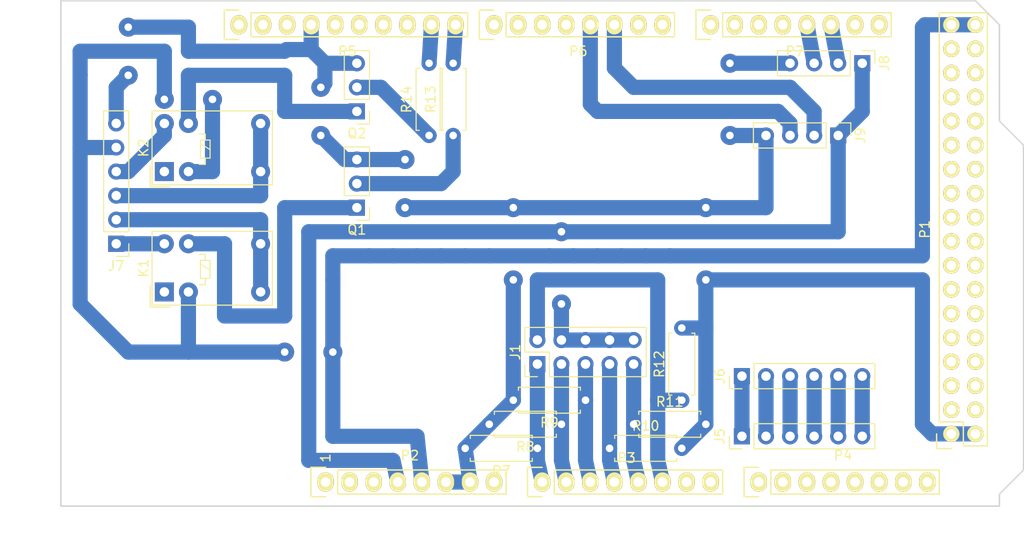
<source format=kicad_pcb>
(kicad_pcb (version 20190516) (host pcbnew "6.0.0-unknown-90f06c5~86~ubuntu18.04.1")

  (general
    (thickness 1.6)
    (drawings 27)
    (tracks 170)
    (modules 25)
    (nets 97)
  )

  (page "A4")
  (title_block
    (date "mar. 31 mars 2015")
  )

  (layers
    (0 "F.Cu" signal)
    (31 "B.Cu" signal)
    (32 "B.Adhes" user)
    (33 "F.Adhes" user)
    (34 "B.Paste" user)
    (35 "F.Paste" user)
    (36 "B.SilkS" user)
    (37 "F.SilkS" user)
    (38 "B.Mask" user)
    (39 "F.Mask" user)
    (40 "Dwgs.User" user)
    (41 "Cmts.User" user)
    (42 "Eco1.User" user)
    (43 "Eco2.User" user)
    (44 "Edge.Cuts" user)
    (45 "Margin" user)
    (46 "B.CrtYd" user)
    (47 "F.CrtYd" user)
    (48 "B.Fab" user)
    (49 "F.Fab" user)
  )

  (setup
    (last_trace_width 1.6)
    (user_trace_width 1)
    (user_trace_width 1.2)
    (user_trace_width 1.4)
    (user_trace_width 1.6)
    (trace_clearance 0.2)
    (zone_clearance 0.508)
    (zone_45_only no)
    (trace_min 0.2)
    (via_size 0.6)
    (via_drill 0.4)
    (via_min_size 0.4)
    (via_min_drill 0.3)
    (user_via 2 0.8)
    (uvia_size 0.3)
    (uvia_drill 0.1)
    (uvias_allowed no)
    (uvia_min_size 0.2)
    (uvia_min_drill 0.1)
    (max_error 0.005)
    (edge_width 0.15)
    (segment_width 0.15)
    (pcb_text_width 0.3)
    (pcb_text_size 1.5 1.5)
    (mod_edge_width 0.15)
    (mod_text_size 1 1)
    (mod_text_width 0.15)
    (pad_size 4.064 4.064)
    (pad_drill 3.048)
    (pad_to_mask_clearance 0)
    (solder_mask_min_width 0.25)
    (aux_axis_origin 103.378 121.666)
    (visible_elements FFFFFF7F)
    (pcbplotparams
      (layerselection 0x01000_fffffffe)
      (usegerberextensions false)
      (usegerberattributes false)
      (usegerberadvancedattributes false)
      (creategerberjobfile false)
      (excludeedgelayer true)
      (linewidth 0.100000)
      (plotframeref false)
      (viasonmask false)
      (mode 1)
      (useauxorigin false)
      (hpglpennumber 1)
      (hpglpenspeed 20)
      (hpglpendiameter 15.000000)
      (psnegative false)
      (psa4output false)
      (plotreference true)
      (plotvalue true)
      (plotinvisibletext false)
      (padsonsilk false)
      (subtractmaskfromsilk false)
      (outputformat 1)
      (mirror false)
      (drillshape 0)
      (scaleselection 1)
      (outputdirectory "gerbers/"))
  )

  (net 0 "")
  (net 1 "GND")
  (net 2 "/52(SCK)")
  (net 3 "/53(SS)")
  (net 4 "/50(MISO)")
  (net 5 "/51(MOSI)")
  (net 6 "/48")
  (net 7 "/49")
  (net 8 "/46")
  (net 9 "/47")
  (net 10 "/44")
  (net 11 "/45")
  (net 12 "/42")
  (net 13 "/43")
  (net 14 "/40")
  (net 15 "/41")
  (net 16 "/38")
  (net 17 "/39")
  (net 18 "/36")
  (net 19 "/37")
  (net 20 "/34")
  (net 21 "/35")
  (net 22 "/32")
  (net 23 "/33")
  (net 24 "/30")
  (net 25 "/31")
  (net 26 "/28")
  (net 27 "/29")
  (net 28 "/26")
  (net 29 "/27")
  (net 30 "/24")
  (net 31 "/25")
  (net 32 "/22")
  (net 33 "/23")
  (net 34 "+5V")
  (net 35 "/IOREF")
  (net 36 "/Reset")
  (net 37 "/Vin")
  (net 38 "/A0")
  (net 39 "/A1")
  (net 40 "/A2")
  (net 41 "/A3")
  (net 42 "/A4")
  (net 43 "/A5")
  (net 44 "/A6")
  (net 45 "/A7")
  (net 46 "/A8")
  (net 47 "/A9")
  (net 48 "/A10")
  (net 49 "/A11")
  (net 50 "/A12")
  (net 51 "/A13")
  (net 52 "/A14")
  (net 53 "/A15")
  (net 54 "/SCL")
  (net 55 "/SDA")
  (net 56 "/AREF")
  (net 57 "/13(**)")
  (net 58 "/12(**)")
  (net 59 "/11(**)")
  (net 60 "/10(**)")
  (net 61 "/9(**)")
  (net 62 "/8(**)")
  (net 63 "/7(**)")
  (net 64 "/6(**)")
  (net 65 "/5(**)")
  (net 66 "/4(**)")
  (net 67 "/3(**)")
  (net 68 "/2(**)")
  (net 69 "/20(SDA)")
  (net 70 "/21(SCL)")
  (net 71 "Net-(P2-Pad1)")
  (net 72 "+3V3")
  (net 73 "/1(Tx0)")
  (net 74 "/0(Rx0)")
  (net 75 "/14(Tx3)")
  (net 76 "/15(Rx3)")
  (net 77 "/16(Tx2)")
  (net 78 "/17(Rx2)")
  (net 79 "/18(Tx1)")
  (net 80 "/19(Rx1)")
  (net 81 "Net-(J7-Pad4)")
  (net 82 "Net-(J7-Pad3)")
  (net 83 "Net-(J7-Pad2)")
  (net 84 "Net-(J7-Pad1)")
  (net 85 "Net-(K1-Pad1)")
  (net 86 "Net-(K2-Pad1)")
  (net 87 "Net-(K1-Pad9)")
  (net 88 "Net-(K2-Pad9)")
  (net 89 "Net-(Q1-Pad2)")
  (net 90 "Net-(Q2-Pad2)")
  (net 91 "Net-(J5-Pad6)")
  (net 92 "Net-(J5-Pad5)")
  (net 93 "Net-(J5-Pad4)")
  (net 94 "Net-(J5-Pad3)")
  (net 95 "Net-(J5-Pad2)")
  (net 96 "Net-(J5-Pad1)")

  (net_class "Default" "This is the default net class."
    (clearance 0.2)
    (trace_width 0.25)
    (via_dia 0.6)
    (via_drill 0.4)
    (uvia_dia 0.3)
    (uvia_drill 0.1)
    (add_net "+3V3")
    (add_net "+5V")
    (add_net "/0(Rx0)")
    (add_net "/1(Tx0)")
    (add_net "/10(**)")
    (add_net "/11(**)")
    (add_net "/12(**)")
    (add_net "/13(**)")
    (add_net "/14(Tx3)")
    (add_net "/15(Rx3)")
    (add_net "/16(Tx2)")
    (add_net "/17(Rx2)")
    (add_net "/18(Tx1)")
    (add_net "/19(Rx1)")
    (add_net "/2(**)")
    (add_net "/20(SDA)")
    (add_net "/21(SCL)")
    (add_net "/22")
    (add_net "/23")
    (add_net "/24")
    (add_net "/25")
    (add_net "/26")
    (add_net "/27")
    (add_net "/28")
    (add_net "/29")
    (add_net "/3(**)")
    (add_net "/30")
    (add_net "/31")
    (add_net "/32")
    (add_net "/33")
    (add_net "/34")
    (add_net "/35")
    (add_net "/36")
    (add_net "/37")
    (add_net "/38")
    (add_net "/39")
    (add_net "/4(**)")
    (add_net "/40")
    (add_net "/41")
    (add_net "/42")
    (add_net "/43")
    (add_net "/44")
    (add_net "/45")
    (add_net "/46")
    (add_net "/47")
    (add_net "/48")
    (add_net "/49")
    (add_net "/5(**)")
    (add_net "/50(MISO)")
    (add_net "/51(MOSI)")
    (add_net "/52(SCK)")
    (add_net "/53(SS)")
    (add_net "/6(**)")
    (add_net "/7(**)")
    (add_net "/8(**)")
    (add_net "/9(**)")
    (add_net "/A0")
    (add_net "/A1")
    (add_net "/A10")
    (add_net "/A11")
    (add_net "/A12")
    (add_net "/A13")
    (add_net "/A14")
    (add_net "/A15")
    (add_net "/A2")
    (add_net "/A3")
    (add_net "/A4")
    (add_net "/A5")
    (add_net "/A6")
    (add_net "/A7")
    (add_net "/A8")
    (add_net "/A9")
    (add_net "/AREF")
    (add_net "/IOREF")
    (add_net "/Reset")
    (add_net "/SCL")
    (add_net "/SDA")
    (add_net "/Vin")
    (add_net "GND")
    (add_net "Net-(J5-Pad1)")
    (add_net "Net-(J5-Pad2)")
    (add_net "Net-(J5-Pad3)")
    (add_net "Net-(J5-Pad4)")
    (add_net "Net-(J5-Pad5)")
    (add_net "Net-(J5-Pad6)")
    (add_net "Net-(J7-Pad1)")
    (add_net "Net-(J7-Pad2)")
    (add_net "Net-(J7-Pad3)")
    (add_net "Net-(J7-Pad4)")
    (add_net "Net-(K1-Pad1)")
    (add_net "Net-(K1-Pad9)")
    (add_net "Net-(K2-Pad1)")
    (add_net "Net-(K2-Pad9)")
    (add_net "Net-(P2-Pad1)")
    (add_net "Net-(Q1-Pad2)")
    (add_net "Net-(Q2-Pad2)")
  )

  (module "Connector_PinHeader_2.54mm:PinHeader_2x05_P2.54mm_Vertical" (layer "F.Cu") (tedit 59FED5CC) (tstamp 5D64CF50)
    (at 153.67 106.68 90)
    (descr "Through hole straight pin header, 2x05, 2.54mm pitch, double rows")
    (tags "Through hole pin header THT 2x05 2.54mm double row")
    (path "/5D667BF9")
    (fp_text reference "J1" (at 1.27 -2.33 90) (layer "F.SilkS")
      (effects (font (size 1 1) (thickness 0.15)))
    )
    (fp_text value "fsr-connector" (at 1.27 12.49 90) (layer "F.Fab")
      (effects (font (size 1 1) (thickness 0.15)))
    )
    (fp_line (start 0 -1.27) (end 3.81 -1.27) (layer "F.Fab") (width 0.1))
    (fp_line (start 3.81 -1.27) (end 3.81 11.43) (layer "F.Fab") (width 0.1))
    (fp_line (start 3.81 11.43) (end -1.27 11.43) (layer "F.Fab") (width 0.1))
    (fp_line (start -1.27 11.43) (end -1.27 0) (layer "F.Fab") (width 0.1))
    (fp_line (start -1.27 0) (end 0 -1.27) (layer "F.Fab") (width 0.1))
    (fp_line (start -1.33 11.49) (end 3.87 11.49) (layer "F.SilkS") (width 0.12))
    (fp_line (start -1.33 1.27) (end -1.33 11.49) (layer "F.SilkS") (width 0.12))
    (fp_line (start 3.87 -1.33) (end 3.87 11.49) (layer "F.SilkS") (width 0.12))
    (fp_line (start -1.33 1.27) (end 1.27 1.27) (layer "F.SilkS") (width 0.12))
    (fp_line (start 1.27 1.27) (end 1.27 -1.33) (layer "F.SilkS") (width 0.12))
    (fp_line (start 1.27 -1.33) (end 3.87 -1.33) (layer "F.SilkS") (width 0.12))
    (fp_line (start -1.33 0) (end -1.33 -1.33) (layer "F.SilkS") (width 0.12))
    (fp_line (start -1.33 -1.33) (end 0 -1.33) (layer "F.SilkS") (width 0.12))
    (fp_line (start -1.8 -1.8) (end -1.8 11.95) (layer "F.CrtYd") (width 0.05))
    (fp_line (start -1.8 11.95) (end 4.35 11.95) (layer "F.CrtYd") (width 0.05))
    (fp_line (start 4.35 11.95) (end 4.35 -1.8) (layer "F.CrtYd") (width 0.05))
    (fp_line (start 4.35 -1.8) (end -1.8 -1.8) (layer "F.CrtYd") (width 0.05))
    (fp_text user "%R" (at 1.27 5.08) (layer "F.Fab")
      (effects (font (size 1 1) (thickness 0.15)))
    )
    (pad "10" thru_hole oval (at 2.54 10.16 90) (size 1.7 1.7) (drill 1) (layers *.Cu *.Mask)
      (net 72 "+3V3"))
    (pad "9" thru_hole oval (at 0 10.16 90) (size 1.7 1.7) (drill 1) (layers *.Cu *.Mask)
      (net 42 "/A4"))
    (pad "8" thru_hole oval (at 2.54 7.62 90) (size 1.7 1.7) (drill 1) (layers *.Cu *.Mask)
      (net 72 "+3V3"))
    (pad "7" thru_hole oval (at 0 7.62 90) (size 1.7 1.7) (drill 1) (layers *.Cu *.Mask)
      (net 41 "/A3"))
    (pad "6" thru_hole oval (at 2.54 5.08 90) (size 1.7 1.7) (drill 1) (layers *.Cu *.Mask)
      (net 72 "+3V3"))
    (pad "5" thru_hole oval (at 0 5.08 90) (size 1.7 1.7) (drill 1) (layers *.Cu *.Mask)
      (net 40 "/A2"))
    (pad "4" thru_hole oval (at 2.54 2.54 90) (size 1.7 1.7) (drill 1) (layers *.Cu *.Mask)
      (net 72 "+3V3"))
    (pad "3" thru_hole oval (at 0 2.54 90) (size 1.7 1.7) (drill 1) (layers *.Cu *.Mask)
      (net 39 "/A1"))
    (pad "2" thru_hole oval (at 2.54 0 90) (size 1.7 1.7) (drill 1) (layers *.Cu *.Mask)
      (net 43 "/A5"))
    (pad "1" thru_hole rect (at 0 0 90) (size 1.7 1.7) (drill 1) (layers *.Cu *.Mask)
      (net 38 "/A0"))
    (model "${KISYS3DMOD}/Connector_PinHeader_2.54mm.3dshapes/PinHeader_2x05_P2.54mm_Vertical.wrl"
      (at (xyz 0 0 0))
      (scale (xyz 1 1 1))
      (rotate (xyz 0 0 0))
    )
  )

  (module "Connector_PinHeader_2.54mm:PinHeader_1x04_P2.54mm_Vertical" (layer "F.Cu") (tedit 59FED5CC) (tstamp 5C943531)
    (at 185.42 82.55 270)
    (descr "Through hole straight pin header, 1x04, 2.54mm pitch, single row")
    (tags "Through hole pin header THT 1x04 2.54mm single row")
    (path "/5C95BA3B")
    (fp_text reference "J9" (at 0 -2.33 270) (layer "F.SilkS")
      (effects (font (size 1 1) (thickness 0.15)))
    )
    (fp_text value "load-cell" (at 0 9.95 270) (layer "F.Fab")
      (effects (font (size 1 1) (thickness 0.15)))
    )
    (fp_line (start -0.635 -1.27) (end 1.27 -1.27) (layer "F.Fab") (width 0.1))
    (fp_line (start 1.27 -1.27) (end 1.27 8.89) (layer "F.Fab") (width 0.1))
    (fp_line (start 1.27 8.89) (end -1.27 8.89) (layer "F.Fab") (width 0.1))
    (fp_line (start -1.27 8.89) (end -1.27 -0.635) (layer "F.Fab") (width 0.1))
    (fp_line (start -1.27 -0.635) (end -0.635 -1.27) (layer "F.Fab") (width 0.1))
    (fp_line (start -1.33 8.95) (end 1.33 8.95) (layer "F.SilkS") (width 0.12))
    (fp_line (start -1.33 1.27) (end -1.33 8.95) (layer "F.SilkS") (width 0.12))
    (fp_line (start 1.33 1.27) (end 1.33 8.95) (layer "F.SilkS") (width 0.12))
    (fp_line (start -1.33 1.27) (end 1.33 1.27) (layer "F.SilkS") (width 0.12))
    (fp_line (start -1.33 0) (end -1.33 -1.33) (layer "F.SilkS") (width 0.12))
    (fp_line (start -1.33 -1.33) (end 0 -1.33) (layer "F.SilkS") (width 0.12))
    (fp_line (start -1.8 -1.8) (end -1.8 9.4) (layer "F.CrtYd") (width 0.05))
    (fp_line (start -1.8 9.4) (end 1.8 9.4) (layer "F.CrtYd") (width 0.05))
    (fp_line (start 1.8 9.4) (end 1.8 -1.8) (layer "F.CrtYd") (width 0.05))
    (fp_line (start 1.8 -1.8) (end -1.8 -1.8) (layer "F.CrtYd") (width 0.05))
    (fp_text user "%R" (at 0 3.81) (layer "F.Fab")
      (effects (font (size 1 1) (thickness 0.15)))
    )
    (pad "4" thru_hole oval (at 0 7.62 270) (size 1.7 1.7) (drill 1) (layers *.Cu *.Mask)
      (net 1 "GND"))
    (pad "3" thru_hole oval (at 0 5.08 270) (size 1.7 1.7) (drill 1) (layers *.Cu *.Mask)
      (net 67 "/3(**)"))
    (pad "2" thru_hole oval (at 0 2.54 270) (size 1.7 1.7) (drill 1) (layers *.Cu *.Mask)
      (net 68 "/2(**)"))
    (pad "1" thru_hole rect (at 0 0 270) (size 1.7 1.7) (drill 1) (layers *.Cu *.Mask)
      (net 72 "+3V3"))
    (model "${KISYS3DMOD}/Connector_PinHeader_2.54mm.3dshapes/PinHeader_1x04_P2.54mm_Vertical.wrl"
      (at (xyz 0 0 0))
      (scale (xyz 1 1 1))
      (rotate (xyz 0 0 0))
    )
  )

  (module "Connector_PinHeader_2.54mm:PinHeader_1x06_P2.54mm_Vertical" (layer "F.Cu") (tedit 59FED5CC) (tstamp 5C9434B9)
    (at 175.26 107.95 90)
    (descr "Through hole straight pin header, 1x06, 2.54mm pitch, single row")
    (tags "Through hole pin header THT 1x06 2.54mm single row")
    (path "/5CA43648")
    (fp_text reference "J6" (at 0 -2.33 90) (layer "F.SilkS")
      (effects (font (size 1 1) (thickness 0.15)))
    )
    (fp_text value "load-cell-inputs" (at 0 15.03 90) (layer "F.Fab")
      (effects (font (size 1 1) (thickness 0.15)))
    )
    (fp_line (start -0.635 -1.27) (end 1.27 -1.27) (layer "F.Fab") (width 0.1))
    (fp_line (start 1.27 -1.27) (end 1.27 13.97) (layer "F.Fab") (width 0.1))
    (fp_line (start 1.27 13.97) (end -1.27 13.97) (layer "F.Fab") (width 0.1))
    (fp_line (start -1.27 13.97) (end -1.27 -0.635) (layer "F.Fab") (width 0.1))
    (fp_line (start -1.27 -0.635) (end -0.635 -1.27) (layer "F.Fab") (width 0.1))
    (fp_line (start -1.33 14.03) (end 1.33 14.03) (layer "F.SilkS") (width 0.12))
    (fp_line (start -1.33 1.27) (end -1.33 14.03) (layer "F.SilkS") (width 0.12))
    (fp_line (start 1.33 1.27) (end 1.33 14.03) (layer "F.SilkS") (width 0.12))
    (fp_line (start -1.33 1.27) (end 1.33 1.27) (layer "F.SilkS") (width 0.12))
    (fp_line (start -1.33 0) (end -1.33 -1.33) (layer "F.SilkS") (width 0.12))
    (fp_line (start -1.33 -1.33) (end 0 -1.33) (layer "F.SilkS") (width 0.12))
    (fp_line (start -1.8 -1.8) (end -1.8 14.5) (layer "F.CrtYd") (width 0.05))
    (fp_line (start -1.8 14.5) (end 1.8 14.5) (layer "F.CrtYd") (width 0.05))
    (fp_line (start 1.8 14.5) (end 1.8 -1.8) (layer "F.CrtYd") (width 0.05))
    (fp_line (start 1.8 -1.8) (end -1.8 -1.8) (layer "F.CrtYd") (width 0.05))
    (fp_text user "%R" (at 0 6.35 180) (layer "F.Fab")
      (effects (font (size 1 1) (thickness 0.15)))
    )
    (pad "6" thru_hole oval (at 0 12.7 90) (size 1.7 1.7) (drill 1) (layers *.Cu *.Mask)
      (net 91 "Net-(J5-Pad6)"))
    (pad "5" thru_hole oval (at 0 10.16 90) (size 1.7 1.7) (drill 1) (layers *.Cu *.Mask)
      (net 92 "Net-(J5-Pad5)"))
    (pad "4" thru_hole oval (at 0 7.62 90) (size 1.7 1.7) (drill 1) (layers *.Cu *.Mask)
      (net 93 "Net-(J5-Pad4)"))
    (pad "3" thru_hole oval (at 0 5.08 90) (size 1.7 1.7) (drill 1) (layers *.Cu *.Mask)
      (net 94 "Net-(J5-Pad3)"))
    (pad "2" thru_hole oval (at 0 2.54 90) (size 1.7 1.7) (drill 1) (layers *.Cu *.Mask)
      (net 95 "Net-(J5-Pad2)"))
    (pad "1" thru_hole rect (at 0 0 90) (size 1.7 1.7) (drill 1) (layers *.Cu *.Mask)
      (net 96 "Net-(J5-Pad1)"))
    (model "${KISYS3DMOD}/Connector_PinHeader_2.54mm.3dshapes/PinHeader_1x06_P2.54mm_Vertical.wrl"
      (at (xyz 0 0 0))
      (scale (xyz 1 1 1))
      (rotate (xyz 0 0 0))
    )
  )

  (module "Connector_PinHeader_2.54mm:PinHeader_1x06_P2.54mm_Vertical" (layer "F.Cu") (tedit 59FED5CC) (tstamp 5C94349F)
    (at 175.26 114.3 90)
    (descr "Through hole straight pin header, 1x06, 2.54mm pitch, single row")
    (tags "Through hole pin header THT 1x06 2.54mm single row")
    (path "/5CA47C2C")
    (fp_text reference "J5" (at 0 -2.33 90) (layer "F.SilkS")
      (effects (font (size 1 1) (thickness 0.15)))
    )
    (fp_text value "load-cell-input-connector" (at 0 15.03 90) (layer "F.Fab")
      (effects (font (size 1 1) (thickness 0.15)))
    )
    (fp_line (start -0.635 -1.27) (end 1.27 -1.27) (layer "F.Fab") (width 0.1))
    (fp_line (start 1.27 -1.27) (end 1.27 13.97) (layer "F.Fab") (width 0.1))
    (fp_line (start 1.27 13.97) (end -1.27 13.97) (layer "F.Fab") (width 0.1))
    (fp_line (start -1.27 13.97) (end -1.27 -0.635) (layer "F.Fab") (width 0.1))
    (fp_line (start -1.27 -0.635) (end -0.635 -1.27) (layer "F.Fab") (width 0.1))
    (fp_line (start -1.33 14.03) (end 1.33 14.03) (layer "F.SilkS") (width 0.12))
    (fp_line (start -1.33 1.27) (end -1.33 14.03) (layer "F.SilkS") (width 0.12))
    (fp_line (start 1.33 1.27) (end 1.33 14.03) (layer "F.SilkS") (width 0.12))
    (fp_line (start -1.33 1.27) (end 1.33 1.27) (layer "F.SilkS") (width 0.12))
    (fp_line (start -1.33 0) (end -1.33 -1.33) (layer "F.SilkS") (width 0.12))
    (fp_line (start -1.33 -1.33) (end 0 -1.33) (layer "F.SilkS") (width 0.12))
    (fp_line (start -1.8 -1.8) (end -1.8 14.5) (layer "F.CrtYd") (width 0.05))
    (fp_line (start -1.8 14.5) (end 1.8 14.5) (layer "F.CrtYd") (width 0.05))
    (fp_line (start 1.8 14.5) (end 1.8 -1.8) (layer "F.CrtYd") (width 0.05))
    (fp_line (start 1.8 -1.8) (end -1.8 -1.8) (layer "F.CrtYd") (width 0.05))
    (fp_text user "%R" (at 0 6.35 180) (layer "F.Fab")
      (effects (font (size 1 1) (thickness 0.15)))
    )
    (pad "6" thru_hole oval (at 0 12.7 90) (size 1.7 1.7) (drill 1) (layers *.Cu *.Mask)
      (net 91 "Net-(J5-Pad6)"))
    (pad "5" thru_hole oval (at 0 10.16 90) (size 1.7 1.7) (drill 1) (layers *.Cu *.Mask)
      (net 92 "Net-(J5-Pad5)"))
    (pad "4" thru_hole oval (at 0 7.62 90) (size 1.7 1.7) (drill 1) (layers *.Cu *.Mask)
      (net 93 "Net-(J5-Pad4)"))
    (pad "3" thru_hole oval (at 0 5.08 90) (size 1.7 1.7) (drill 1) (layers *.Cu *.Mask)
      (net 94 "Net-(J5-Pad3)"))
    (pad "2" thru_hole oval (at 0 2.54 90) (size 1.7 1.7) (drill 1) (layers *.Cu *.Mask)
      (net 95 "Net-(J5-Pad2)"))
    (pad "1" thru_hole rect (at 0 0 90) (size 1.7 1.7) (drill 1) (layers *.Cu *.Mask)
      (net 96 "Net-(J5-Pad1)"))
    (model "${KISYS3DMOD}/Connector_PinHeader_2.54mm.3dshapes/PinHeader_1x06_P2.54mm_Vertical.wrl"
      (at (xyz 0 0 0))
      (scale (xyz 1 1 1))
      (rotate (xyz 0 0 0))
    )
  )

  (module "Connector_PinHeader_2.54mm:PinHeader_1x04_P2.54mm_Vertical" (layer "F.Cu") (tedit 59FED5CC) (tstamp 5C8065AB)
    (at 187.96 74.93 270)
    (descr "Through hole straight pin header, 1x04, 2.54mm pitch, single row")
    (tags "Through hole pin header THT 1x04 2.54mm single row")
    (path "/5C8F7440")
    (fp_text reference "J8" (at 0 -2.33 270) (layer "F.SilkS")
      (effects (font (size 1 1) (thickness 0.15)))
    )
    (fp_text value "rfid" (at 0 9.95 270) (layer "F.Fab")
      (effects (font (size 1 1) (thickness 0.15)))
    )
    (fp_line (start -0.635 -1.27) (end 1.27 -1.27) (layer "F.Fab") (width 0.1))
    (fp_line (start 1.27 -1.27) (end 1.27 8.89) (layer "F.Fab") (width 0.1))
    (fp_line (start 1.27 8.89) (end -1.27 8.89) (layer "F.Fab") (width 0.1))
    (fp_line (start -1.27 8.89) (end -1.27 -0.635) (layer "F.Fab") (width 0.1))
    (fp_line (start -1.27 -0.635) (end -0.635 -1.27) (layer "F.Fab") (width 0.1))
    (fp_line (start -1.33 8.95) (end 1.33 8.95) (layer "F.SilkS") (width 0.12))
    (fp_line (start -1.33 1.27) (end -1.33 8.95) (layer "F.SilkS") (width 0.12))
    (fp_line (start 1.33 1.27) (end 1.33 8.95) (layer "F.SilkS") (width 0.12))
    (fp_line (start -1.33 1.27) (end 1.33 1.27) (layer "F.SilkS") (width 0.12))
    (fp_line (start -1.33 0) (end -1.33 -1.33) (layer "F.SilkS") (width 0.12))
    (fp_line (start -1.33 -1.33) (end 0 -1.33) (layer "F.SilkS") (width 0.12))
    (fp_line (start -1.8 -1.8) (end -1.8 9.4) (layer "F.CrtYd") (width 0.05))
    (fp_line (start -1.8 9.4) (end 1.8 9.4) (layer "F.CrtYd") (width 0.05))
    (fp_line (start 1.8 9.4) (end 1.8 -1.8) (layer "F.CrtYd") (width 0.05))
    (fp_line (start 1.8 -1.8) (end -1.8 -1.8) (layer "F.CrtYd") (width 0.05))
    (fp_text user "%R" (at 0 3.81) (layer "F.Fab")
      (effects (font (size 1 1) (thickness 0.15)))
    )
    (pad "4" thru_hole oval (at 0 7.62 270) (size 1.7 1.7) (drill 1) (layers *.Cu *.Mask)
      (net 1 "GND"))
    (pad "3" thru_hole oval (at 0 5.08 270) (size 1.7 1.7) (drill 1) (layers *.Cu *.Mask)
      (net 79 "/18(Tx1)"))
    (pad "2" thru_hole oval (at 0 2.54 270) (size 1.7 1.7) (drill 1) (layers *.Cu *.Mask)
      (net 80 "/19(Rx1)"))
    (pad "1" thru_hole rect (at 0 0 270) (size 1.7 1.7) (drill 1) (layers *.Cu *.Mask)
      (net 72 "+3V3"))
    (model "${KISYS3DMOD}/Connector_PinHeader_2.54mm.3dshapes/PinHeader_1x04_P2.54mm_Vertical.wrl"
      (at (xyz 0 0 0))
      (scale (xyz 1 1 1))
      (rotate (xyz 0 0 0))
    )
  )

  (module "Connector_PinHeader_2.54mm:PinHeader_1x06_P2.54mm_Vertical" (layer "F.Cu") (tedit 59FED5CC) (tstamp 5C804933)
    (at 109.22 93.98 180)
    (descr "Through hole straight pin header, 1x06, 2.54mm pitch, single row")
    (tags "Through hole pin header THT 1x06 2.54mm single row")
    (path "/5C827EAA")
    (fp_text reference "J7" (at 0 -2.33 180) (layer "F.SilkS")
      (effects (font (size 1 1) (thickness 0.15)))
    )
    (fp_text value "tt-remote" (at 0 15.03 180) (layer "F.Fab")
      (effects (font (size 1 1) (thickness 0.15)))
    )
    (fp_line (start -0.635 -1.27) (end 1.27 -1.27) (layer "F.Fab") (width 0.1))
    (fp_line (start 1.27 -1.27) (end 1.27 13.97) (layer "F.Fab") (width 0.1))
    (fp_line (start 1.27 13.97) (end -1.27 13.97) (layer "F.Fab") (width 0.1))
    (fp_line (start -1.27 13.97) (end -1.27 -0.635) (layer "F.Fab") (width 0.1))
    (fp_line (start -1.27 -0.635) (end -0.635 -1.27) (layer "F.Fab") (width 0.1))
    (fp_line (start -1.33 14.03) (end 1.33 14.03) (layer "F.SilkS") (width 0.12))
    (fp_line (start -1.33 1.27) (end -1.33 14.03) (layer "F.SilkS") (width 0.12))
    (fp_line (start 1.33 1.27) (end 1.33 14.03) (layer "F.SilkS") (width 0.12))
    (fp_line (start -1.33 1.27) (end 1.33 1.27) (layer "F.SilkS") (width 0.12))
    (fp_line (start -1.33 0) (end -1.33 -1.33) (layer "F.SilkS") (width 0.12))
    (fp_line (start -1.33 -1.33) (end 0 -1.33) (layer "F.SilkS") (width 0.12))
    (fp_line (start -1.8 -1.8) (end -1.8 14.5) (layer "F.CrtYd") (width 0.05))
    (fp_line (start -1.8 14.5) (end 1.8 14.5) (layer "F.CrtYd") (width 0.05))
    (fp_line (start 1.8 14.5) (end 1.8 -1.8) (layer "F.CrtYd") (width 0.05))
    (fp_line (start 1.8 -1.8) (end -1.8 -1.8) (layer "F.CrtYd") (width 0.05))
    (fp_text user "%R" (at 0 6.35 270) (layer "F.Fab")
      (effects (font (size 1 1) (thickness 0.15)))
    )
    (pad "6" thru_hole oval (at 0 12.7 180) (size 1.7 1.7) (drill 1) (layers *.Cu *.Mask)
      (net 1 "GND"))
    (pad "5" thru_hole oval (at 0 10.16 180) (size 1.7 1.7) (drill 1) (layers *.Cu *.Mask)
      (net 34 "+5V"))
    (pad "4" thru_hole oval (at 0 7.62 180) (size 1.7 1.7) (drill 1) (layers *.Cu *.Mask)
      (net 81 "Net-(J7-Pad4)"))
    (pad "3" thru_hole oval (at 0 5.08 180) (size 1.7 1.7) (drill 1) (layers *.Cu *.Mask)
      (net 82 "Net-(J7-Pad3)"))
    (pad "2" thru_hole oval (at 0 2.54 180) (size 1.7 1.7) (drill 1) (layers *.Cu *.Mask)
      (net 83 "Net-(J7-Pad2)"))
    (pad "1" thru_hole rect (at 0 0 180) (size 1.7 1.7) (drill 1) (layers *.Cu *.Mask)
      (net 84 "Net-(J7-Pad1)"))
    (model "${KISYS3DMOD}/Connector_PinHeader_2.54mm.3dshapes/PinHeader_1x06_P2.54mm_Vertical.wrl"
      (at (xyz 0 0 0))
      (scale (xyz 1 1 1))
      (rotate (xyz 0 0 0))
    )
  )

  (module "Connector_PinHeader_2.54mm:PinHeader_1x03_P2.54mm_Vertical" (layer "F.Cu") (tedit 59FED5CC) (tstamp 5C6B5B9C)
    (at 134.62 80.01 180)
    (descr "Through hole straight pin header, 1x03, 2.54mm pitch, single row")
    (tags "Through hole pin header THT 1x03 2.54mm single row")
    (path "/5C8628ED")
    (fp_text reference "Q2" (at 0 -2.33 180) (layer "F.SilkS")
      (effects (font (size 1 1) (thickness 0.15)))
    )
    (fp_text value "BC517" (at 0 7.41 180) (layer "F.Fab")
      (effects (font (size 1 1) (thickness 0.15)))
    )
    (fp_line (start -0.635 -1.27) (end 1.27 -1.27) (layer "F.Fab") (width 0.1))
    (fp_line (start 1.27 -1.27) (end 1.27 6.35) (layer "F.Fab") (width 0.1))
    (fp_line (start 1.27 6.35) (end -1.27 6.35) (layer "F.Fab") (width 0.1))
    (fp_line (start -1.27 6.35) (end -1.27 -0.635) (layer "F.Fab") (width 0.1))
    (fp_line (start -1.27 -0.635) (end -0.635 -1.27) (layer "F.Fab") (width 0.1))
    (fp_line (start -1.33 6.41) (end 1.33 6.41) (layer "F.SilkS") (width 0.12))
    (fp_line (start -1.33 1.27) (end -1.33 6.41) (layer "F.SilkS") (width 0.12))
    (fp_line (start 1.33 1.27) (end 1.33 6.41) (layer "F.SilkS") (width 0.12))
    (fp_line (start -1.33 1.27) (end 1.33 1.27) (layer "F.SilkS") (width 0.12))
    (fp_line (start -1.33 0) (end -1.33 -1.33) (layer "F.SilkS") (width 0.12))
    (fp_line (start -1.33 -1.33) (end 0 -1.33) (layer "F.SilkS") (width 0.12))
    (fp_line (start -1.8 -1.8) (end -1.8 6.85) (layer "F.CrtYd") (width 0.05))
    (fp_line (start -1.8 6.85) (end 1.8 6.85) (layer "F.CrtYd") (width 0.05))
    (fp_line (start 1.8 6.85) (end 1.8 -1.8) (layer "F.CrtYd") (width 0.05))
    (fp_line (start 1.8 -1.8) (end -1.8 -1.8) (layer "F.CrtYd") (width 0.05))
    (fp_text user "%R" (at 0 2.54 270) (layer "F.Fab")
      (effects (font (size 1 1) (thickness 0.15)))
    )
    (pad "3" thru_hole oval (at 0 5.08 180) (size 1.7 1.7) (drill 1) (layers *.Cu *.Mask)
      (net 1 "GND"))
    (pad "2" thru_hole oval (at 0 2.54 180) (size 1.7 1.7) (drill 1) (layers *.Cu *.Mask)
      (net 90 "Net-(Q2-Pad2)"))
    (pad "1" thru_hole rect (at 0 0 180) (size 1.7 1.7) (drill 1) (layers *.Cu *.Mask)
      (net 88 "Net-(K2-Pad9)"))
    (model "${KISYS3DMOD}/Connector_PinHeader_2.54mm.3dshapes/PinHeader_1x03_P2.54mm_Vertical.wrl"
      (at (xyz 0 0 0))
      (scale (xyz 1 1 1))
      (rotate (xyz 0 0 0))
    )
  )

  (module "Connector_PinHeader_2.54mm:PinHeader_1x03_P2.54mm_Vertical" (layer "F.Cu") (tedit 59FED5CC) (tstamp 5C6B5B8A)
    (at 134.62 90.17 180)
    (descr "Through hole straight pin header, 1x03, 2.54mm pitch, single row")
    (tags "Through hole pin header THT 1x03 2.54mm single row")
    (path "/5C83F99B")
    (fp_text reference "Q1" (at 0 -2.33 180) (layer "F.SilkS")
      (effects (font (size 1 1) (thickness 0.15)))
    )
    (fp_text value "BC517" (at 0 7.41 180) (layer "F.Fab")
      (effects (font (size 1 1) (thickness 0.15)))
    )
    (fp_line (start -0.635 -1.27) (end 1.27 -1.27) (layer "F.Fab") (width 0.1))
    (fp_line (start 1.27 -1.27) (end 1.27 6.35) (layer "F.Fab") (width 0.1))
    (fp_line (start 1.27 6.35) (end -1.27 6.35) (layer "F.Fab") (width 0.1))
    (fp_line (start -1.27 6.35) (end -1.27 -0.635) (layer "F.Fab") (width 0.1))
    (fp_line (start -1.27 -0.635) (end -0.635 -1.27) (layer "F.Fab") (width 0.1))
    (fp_line (start -1.33 6.41) (end 1.33 6.41) (layer "F.SilkS") (width 0.12))
    (fp_line (start -1.33 1.27) (end -1.33 6.41) (layer "F.SilkS") (width 0.12))
    (fp_line (start 1.33 1.27) (end 1.33 6.41) (layer "F.SilkS") (width 0.12))
    (fp_line (start -1.33 1.27) (end 1.33 1.27) (layer "F.SilkS") (width 0.12))
    (fp_line (start -1.33 0) (end -1.33 -1.33) (layer "F.SilkS") (width 0.12))
    (fp_line (start -1.33 -1.33) (end 0 -1.33) (layer "F.SilkS") (width 0.12))
    (fp_line (start -1.8 -1.8) (end -1.8 6.85) (layer "F.CrtYd") (width 0.05))
    (fp_line (start -1.8 6.85) (end 1.8 6.85) (layer "F.CrtYd") (width 0.05))
    (fp_line (start 1.8 6.85) (end 1.8 -1.8) (layer "F.CrtYd") (width 0.05))
    (fp_line (start 1.8 -1.8) (end -1.8 -1.8) (layer "F.CrtYd") (width 0.05))
    (fp_text user "%R" (at 0 2.54 270) (layer "F.Fab")
      (effects (font (size 1 1) (thickness 0.15)))
    )
    (pad "3" thru_hole oval (at 0 5.08 180) (size 1.7 1.7) (drill 1) (layers *.Cu *.Mask)
      (net 1 "GND"))
    (pad "2" thru_hole oval (at 0 2.54 180) (size 1.7 1.7) (drill 1) (layers *.Cu *.Mask)
      (net 89 "Net-(Q1-Pad2)"))
    (pad "1" thru_hole rect (at 0 0 180) (size 1.7 1.7) (drill 1) (layers *.Cu *.Mask)
      (net 87 "Net-(K1-Pad9)"))
    (model "${KISYS3DMOD}/Connector_PinHeader_2.54mm.3dshapes/PinHeader_1x03_P2.54mm_Vertical.wrl"
      (at (xyz 0 0 0))
      (scale (xyz 1 1 1))
      (rotate (xyz 0 0 0))
    )
  )

  (module "Resistor_THT:R_Axial_DIN0207_L6.3mm_D2.5mm_P7.62mm_Horizontal" (layer "F.Cu") (tedit 5AE5139B) (tstamp 5C6B5DDA)
    (at 142.24 82.55 90)
    (descr "Resistor, Axial_DIN0207 series, Axial, Horizontal, pin pitch=7.62mm, 0.25W = 1/4W, length*diameter=6.3*2.5mm^2, http://cdn-reichelt.de/documents/datenblatt/B400/1_4W%23YAG.pdf")
    (tags "Resistor Axial_DIN0207 series Axial Horizontal pin pitch 7.62mm 0.25W = 1/4W length 6.3mm diameter 2.5mm")
    (path "/5C8DCEC9")
    (fp_text reference "R14" (at 3.81 -2.37 90) (layer "F.SilkS")
      (effects (font (size 1 1) (thickness 0.15)))
    )
    (fp_text value "R" (at 3.81 2.37 90) (layer "F.Fab")
      (effects (font (size 1 1) (thickness 0.15)))
    )
    (fp_line (start 0.66 -1.25) (end 0.66 1.25) (layer "F.Fab") (width 0.1))
    (fp_line (start 0.66 1.25) (end 6.96 1.25) (layer "F.Fab") (width 0.1))
    (fp_line (start 6.96 1.25) (end 6.96 -1.25) (layer "F.Fab") (width 0.1))
    (fp_line (start 6.96 -1.25) (end 0.66 -1.25) (layer "F.Fab") (width 0.1))
    (fp_line (start 0 0) (end 0.66 0) (layer "F.Fab") (width 0.1))
    (fp_line (start 7.62 0) (end 6.96 0) (layer "F.Fab") (width 0.1))
    (fp_line (start 0.54 -1.04) (end 0.54 -1.37) (layer "F.SilkS") (width 0.12))
    (fp_line (start 0.54 -1.37) (end 7.08 -1.37) (layer "F.SilkS") (width 0.12))
    (fp_line (start 7.08 -1.37) (end 7.08 -1.04) (layer "F.SilkS") (width 0.12))
    (fp_line (start 0.54 1.04) (end 0.54 1.37) (layer "F.SilkS") (width 0.12))
    (fp_line (start 0.54 1.37) (end 7.08 1.37) (layer "F.SilkS") (width 0.12))
    (fp_line (start 7.08 1.37) (end 7.08 1.04) (layer "F.SilkS") (width 0.12))
    (fp_line (start -1.05 -1.5) (end -1.05 1.5) (layer "F.CrtYd") (width 0.05))
    (fp_line (start -1.05 1.5) (end 8.67 1.5) (layer "F.CrtYd") (width 0.05))
    (fp_line (start 8.67 1.5) (end 8.67 -1.5) (layer "F.CrtYd") (width 0.05))
    (fp_line (start 8.67 -1.5) (end -1.05 -1.5) (layer "F.CrtYd") (width 0.05))
    (fp_text user "%R" (at 3.81 0 90) (layer "F.Fab")
      (effects (font (size 1 1) (thickness 0.15)))
    )
    (pad "2" thru_hole oval (at 7.62 0 90) (size 1.6 1.6) (drill 0.8) (layers *.Cu *.Mask)
      (net 61 "/9(**)"))
    (pad "1" thru_hole circle (at 0 0 90) (size 1.6 1.6) (drill 0.8) (layers *.Cu *.Mask)
      (net 90 "Net-(Q2-Pad2)"))
    (model "${KISYS3DMOD}/Resistor_THT.3dshapes/R_Axial_DIN0207_L6.3mm_D2.5mm_P7.62mm_Horizontal.wrl"
      (at (xyz 0 0 0))
      (scale (xyz 1 1 1))
      (rotate (xyz 0 0 0))
    )
  )

  (module "Resistor_THT:R_Axial_DIN0207_L6.3mm_D2.5mm_P7.62mm_Horizontal" (layer "F.Cu") (tedit 5AE5139B) (tstamp 5C6B5DC3)
    (at 144.78 82.55 90)
    (descr "Resistor, Axial_DIN0207 series, Axial, Horizontal, pin pitch=7.62mm, 0.25W = 1/4W, length*diameter=6.3*2.5mm^2, http://cdn-reichelt.de/documents/datenblatt/B400/1_4W%23YAG.pdf")
    (tags "Resistor Axial_DIN0207 series Axial Horizontal pin pitch 7.62mm 0.25W = 1/4W length 6.3mm diameter 2.5mm")
    (path "/5C8DC9B2")
    (fp_text reference "R13" (at 3.81 -2.37 90) (layer "F.SilkS")
      (effects (font (size 1 1) (thickness 0.15)))
    )
    (fp_text value "R" (at 3.81 2.37 90) (layer "F.Fab")
      (effects (font (size 1 1) (thickness 0.15)))
    )
    (fp_line (start 0.66 -1.25) (end 0.66 1.25) (layer "F.Fab") (width 0.1))
    (fp_line (start 0.66 1.25) (end 6.96 1.25) (layer "F.Fab") (width 0.1))
    (fp_line (start 6.96 1.25) (end 6.96 -1.25) (layer "F.Fab") (width 0.1))
    (fp_line (start 6.96 -1.25) (end 0.66 -1.25) (layer "F.Fab") (width 0.1))
    (fp_line (start 0 0) (end 0.66 0) (layer "F.Fab") (width 0.1))
    (fp_line (start 7.62 0) (end 6.96 0) (layer "F.Fab") (width 0.1))
    (fp_line (start 0.54 -1.04) (end 0.54 -1.37) (layer "F.SilkS") (width 0.12))
    (fp_line (start 0.54 -1.37) (end 7.08 -1.37) (layer "F.SilkS") (width 0.12))
    (fp_line (start 7.08 -1.37) (end 7.08 -1.04) (layer "F.SilkS") (width 0.12))
    (fp_line (start 0.54 1.04) (end 0.54 1.37) (layer "F.SilkS") (width 0.12))
    (fp_line (start 0.54 1.37) (end 7.08 1.37) (layer "F.SilkS") (width 0.12))
    (fp_line (start 7.08 1.37) (end 7.08 1.04) (layer "F.SilkS") (width 0.12))
    (fp_line (start -1.05 -1.5) (end -1.05 1.5) (layer "F.CrtYd") (width 0.05))
    (fp_line (start -1.05 1.5) (end 8.67 1.5) (layer "F.CrtYd") (width 0.05))
    (fp_line (start 8.67 1.5) (end 8.67 -1.5) (layer "F.CrtYd") (width 0.05))
    (fp_line (start 8.67 -1.5) (end -1.05 -1.5) (layer "F.CrtYd") (width 0.05))
    (fp_text user "%R" (at 3.81 0 90) (layer "F.Fab")
      (effects (font (size 1 1) (thickness 0.15)))
    )
    (pad "2" thru_hole oval (at 7.62 0 90) (size 1.6 1.6) (drill 0.8) (layers *.Cu *.Mask)
      (net 62 "/8(**)"))
    (pad "1" thru_hole circle (at 0 0 90) (size 1.6 1.6) (drill 0.8) (layers *.Cu *.Mask)
      (net 89 "Net-(Q1-Pad2)"))
    (model "${KISYS3DMOD}/Resistor_THT.3dshapes/R_Axial_DIN0207_L6.3mm_D2.5mm_P7.62mm_Horizontal.wrl"
      (at (xyz 0 0 0))
      (scale (xyz 1 1 1))
      (rotate (xyz 0 0 0))
    )
  )

  (module "Relay_THT:Relay_SPDT_Omron_G5V-1" (layer "F.Cu") (tedit 5A57D9C3) (tstamp 5C5B5710)
    (at 114.3 86.36 90)
    (descr "Relay Omron G5V-1, see http://omronfs.omron.com/en_US/ecb/products/pdf/en-g5v_1.pdf")
    (tags "Relay Omron G5V-1")
    (path "/5C6FA688")
    (fp_text reference "K2" (at 2.5 -2.2 90) (layer "F.SilkS")
      (effects (font (size 1 1) (thickness 0.15)))
    )
    (fp_text value "G5V-1" (at 2.5 12.5 90) (layer "F.Fab")
      (effects (font (size 1 1) (thickness 0.15)))
    )
    (fp_text user "%R" (at 2.54 6.35 90) (layer "F.Fab")
      (effects (font (size 1 1) (thickness 0.15)))
    )
    (fp_line (start -1.6 -1.5) (end 0.6 -1.5) (layer "F.SilkS") (width 0.12))
    (fp_line (start -1.6 0.6) (end -1.6 -1.5) (layer "F.SilkS") (width 0.12))
    (fp_line (start -1.4 11.4) (end -1.4 -1.3) (layer "F.SilkS") (width 0.12))
    (fp_line (start 6.4 11.4) (end -1.4 11.4) (layer "F.SilkS") (width 0.12))
    (fp_line (start 6.4 -1.3) (end 6.4 11.4) (layer "F.SilkS") (width 0.12))
    (fp_line (start -1.4 -1.3) (end 6.4 -1.3) (layer "F.SilkS") (width 0.12))
    (fp_line (start -1.2 -0.1) (end -0.1 -1.1) (layer "F.Fab") (width 0.12))
    (fp_line (start -1.2 11.2) (end -1.2 -0.1) (layer "F.Fab") (width 0.12))
    (fp_line (start 6.2 11.2) (end -1.2 11.2) (layer "F.Fab") (width 0.12))
    (fp_line (start 6.2 -1.1) (end 6.2 11.2) (layer "F.Fab") (width 0.12))
    (fp_line (start -0.1 -1.1) (end 6.2 -1.1) (layer "F.Fab") (width 0.12))
    (fp_line (start 2.946 3.81) (end 2.311 4.826) (layer "F.SilkS") (width 0.12))
    (fp_line (start 0.762 3.683) (end 0.762 4.318) (layer "F.SilkS") (width 0.12))
    (fp_line (start 0.762 4.318) (end 1.422 4.318) (layer "F.SilkS") (width 0.12))
    (fp_line (start 3.962 3.683) (end 3.962 4.318) (layer "F.SilkS") (width 0.12))
    (fp_line (start 3.962 4.318) (end 3.327 4.318) (layer "F.SilkS") (width 0.12))
    (fp_line (start 3.327 3.81) (end 1.422 3.81) (layer "F.SilkS") (width 0.12))
    (fp_line (start 1.422 3.81) (end 1.422 4.826) (layer "F.SilkS") (width 0.12))
    (fp_line (start 1.422 4.826) (end 3.327 4.826) (layer "F.SilkS") (width 0.12))
    (fp_line (start 3.327 3.81) (end 3.327 4.826) (layer "F.SilkS") (width 0.12))
    (fp_line (start -1.45 -1.35) (end 6.45 -1.35) (layer "F.CrtYd") (width 0.05))
    (fp_line (start -1.45 -1.35) (end -1.45 11.45) (layer "F.CrtYd") (width 0.05))
    (fp_line (start 6.45 11.45) (end 6.45 -1.35) (layer "F.CrtYd") (width 0.05))
    (fp_line (start 6.45 11.45) (end -1.45 11.45) (layer "F.CrtYd") (width 0.05))
    (pad "5" thru_hole circle (at 0 10.16 90) (size 2 2) (drill 1) (layers *.Cu *.Mask)
      (net 82 "Net-(J7-Pad3)"))
    (pad "6" thru_hole circle (at 5.08 10.16 90) (size 2 2) (drill 1) (layers *.Cu *.Mask)
      (net 82 "Net-(J7-Pad3)"))
    (pad "2" thru_hole circle (at 0 2.54 90) (size 2 2) (drill 1) (layers *.Cu *.Mask)
      (net 34 "+5V"))
    (pad "1" thru_hole rect (at 0 0 90) (size 2 2) (drill 1) (layers *.Cu *.Mask)
      (net 86 "Net-(K2-Pad1)"))
    (pad "9" thru_hole circle (at 5.08 2.54 90) (size 2 2) (drill 1) (layers *.Cu *.Mask)
      (net 88 "Net-(K2-Pad9)"))
    (pad "10" thru_hole circle (at 5.08 0 90) (size 2 2) (drill 1) (layers *.Cu *.Mask)
      (net 81 "Net-(J7-Pad4)"))
    (model "${KISYS3DMOD}/Relay_THT.3dshapes/Relay_SPDT_Omron_G5V-1.wrl"
      (at (xyz 0 0 0))
      (scale (xyz 1 1 1))
      (rotate (xyz 0 0 0))
    )
  )

  (module "Relay_THT:Relay_SPDT_Omron_G5V-1" (layer "F.Cu") (tedit 5A57D9C3) (tstamp 5C5B56ED)
    (at 114.3 99.06 90)
    (descr "Relay Omron G5V-1, see http://omronfs.omron.com/en_US/ecb/products/pdf/en-g5v_1.pdf")
    (tags "Relay Omron G5V-1")
    (path "/5C6F9E29")
    (fp_text reference "K1" (at 2.5 -2.2 90) (layer "F.SilkS")
      (effects (font (size 1 1) (thickness 0.15)))
    )
    (fp_text value "G5V-1" (at 2.5 12.5 90) (layer "F.Fab")
      (effects (font (size 1 1) (thickness 0.15)))
    )
    (fp_text user "%R" (at 2.54 6.35 90) (layer "F.Fab")
      (effects (font (size 1 1) (thickness 0.15)))
    )
    (fp_line (start -1.6 -1.5) (end 0.6 -1.5) (layer "F.SilkS") (width 0.12))
    (fp_line (start -1.6 0.6) (end -1.6 -1.5) (layer "F.SilkS") (width 0.12))
    (fp_line (start -1.4 11.4) (end -1.4 -1.3) (layer "F.SilkS") (width 0.12))
    (fp_line (start 6.4 11.4) (end -1.4 11.4) (layer "F.SilkS") (width 0.12))
    (fp_line (start 6.4 -1.3) (end 6.4 11.4) (layer "F.SilkS") (width 0.12))
    (fp_line (start -1.4 -1.3) (end 6.4 -1.3) (layer "F.SilkS") (width 0.12))
    (fp_line (start -1.2 -0.1) (end -0.1 -1.1) (layer "F.Fab") (width 0.12))
    (fp_line (start -1.2 11.2) (end -1.2 -0.1) (layer "F.Fab") (width 0.12))
    (fp_line (start 6.2 11.2) (end -1.2 11.2) (layer "F.Fab") (width 0.12))
    (fp_line (start 6.2 -1.1) (end 6.2 11.2) (layer "F.Fab") (width 0.12))
    (fp_line (start -0.1 -1.1) (end 6.2 -1.1) (layer "F.Fab") (width 0.12))
    (fp_line (start 2.946 3.81) (end 2.311 4.826) (layer "F.SilkS") (width 0.12))
    (fp_line (start 0.762 3.683) (end 0.762 4.318) (layer "F.SilkS") (width 0.12))
    (fp_line (start 0.762 4.318) (end 1.422 4.318) (layer "F.SilkS") (width 0.12))
    (fp_line (start 3.962 3.683) (end 3.962 4.318) (layer "F.SilkS") (width 0.12))
    (fp_line (start 3.962 4.318) (end 3.327 4.318) (layer "F.SilkS") (width 0.12))
    (fp_line (start 3.327 3.81) (end 1.422 3.81) (layer "F.SilkS") (width 0.12))
    (fp_line (start 1.422 3.81) (end 1.422 4.826) (layer "F.SilkS") (width 0.12))
    (fp_line (start 1.422 4.826) (end 3.327 4.826) (layer "F.SilkS") (width 0.12))
    (fp_line (start 3.327 3.81) (end 3.327 4.826) (layer "F.SilkS") (width 0.12))
    (fp_line (start -1.45 -1.35) (end 6.45 -1.35) (layer "F.CrtYd") (width 0.05))
    (fp_line (start -1.45 -1.35) (end -1.45 11.45) (layer "F.CrtYd") (width 0.05))
    (fp_line (start 6.45 11.45) (end 6.45 -1.35) (layer "F.CrtYd") (width 0.05))
    (fp_line (start 6.45 11.45) (end -1.45 11.45) (layer "F.CrtYd") (width 0.05))
    (pad "5" thru_hole circle (at 0 10.16 90) (size 2 2) (drill 1) (layers *.Cu *.Mask)
      (net 83 "Net-(J7-Pad2)"))
    (pad "6" thru_hole circle (at 5.08 10.16 90) (size 2 2) (drill 1) (layers *.Cu *.Mask)
      (net 83 "Net-(J7-Pad2)"))
    (pad "2" thru_hole circle (at 0 2.54 90) (size 2 2) (drill 1) (layers *.Cu *.Mask)
      (net 34 "+5V"))
    (pad "1" thru_hole rect (at 0 0 90) (size 2 2) (drill 1) (layers *.Cu *.Mask)
      (net 85 "Net-(K1-Pad1)"))
    (pad "9" thru_hole circle (at 5.08 2.54 90) (size 2 2) (drill 1) (layers *.Cu *.Mask)
      (net 87 "Net-(K1-Pad9)"))
    (pad "10" thru_hole circle (at 5.08 0 90) (size 2 2) (drill 1) (layers *.Cu *.Mask)
      (net 84 "Net-(J7-Pad1)"))
    (model "${KISYS3DMOD}/Relay_THT.3dshapes/Relay_SPDT_Omron_G5V-1.wrl"
      (at (xyz 0 0 0))
      (scale (xyz 1 1 1))
      (rotate (xyz 0 0 0))
    )
  )

  (module "Resistor_THT:R_Axial_DIN0207_L6.3mm_D2.5mm_P7.62mm_Horizontal" (layer "F.Cu") (tedit 5AE5139B) (tstamp 5C5813E6)
    (at 168.91 110.49 90)
    (descr "Resistor, Axial_DIN0207 series, Axial, Horizontal, pin pitch=7.62mm, 0.25W = 1/4W, length*diameter=6.3*2.5mm^2, http://cdn-reichelt.de/documents/datenblatt/B400/1_4W%23YAG.pdf")
    (tags "Resistor Axial_DIN0207 series Axial Horizontal pin pitch 7.62mm 0.25W = 1/4W length 6.3mm diameter 2.5mm")
    (path "/5C60EE48")
    (fp_text reference "R12" (at 3.81 -2.37 90) (layer "F.SilkS")
      (effects (font (size 1 1) (thickness 0.15)))
    )
    (fp_text value "R" (at 3.81 2.37 90) (layer "F.Fab")
      (effects (font (size 1 1) (thickness 0.15)))
    )
    (fp_line (start 0.66 -1.25) (end 0.66 1.25) (layer "F.Fab") (width 0.1))
    (fp_line (start 0.66 1.25) (end 6.96 1.25) (layer "F.Fab") (width 0.1))
    (fp_line (start 6.96 1.25) (end 6.96 -1.25) (layer "F.Fab") (width 0.1))
    (fp_line (start 6.96 -1.25) (end 0.66 -1.25) (layer "F.Fab") (width 0.1))
    (fp_line (start 0 0) (end 0.66 0) (layer "F.Fab") (width 0.1))
    (fp_line (start 7.62 0) (end 6.96 0) (layer "F.Fab") (width 0.1))
    (fp_line (start 0.54 -1.04) (end 0.54 -1.37) (layer "F.SilkS") (width 0.12))
    (fp_line (start 0.54 -1.37) (end 7.08 -1.37) (layer "F.SilkS") (width 0.12))
    (fp_line (start 7.08 -1.37) (end 7.08 -1.04) (layer "F.SilkS") (width 0.12))
    (fp_line (start 0.54 1.04) (end 0.54 1.37) (layer "F.SilkS") (width 0.12))
    (fp_line (start 0.54 1.37) (end 7.08 1.37) (layer "F.SilkS") (width 0.12))
    (fp_line (start 7.08 1.37) (end 7.08 1.04) (layer "F.SilkS") (width 0.12))
    (fp_line (start -1.05 -1.5) (end -1.05 1.5) (layer "F.CrtYd") (width 0.05))
    (fp_line (start -1.05 1.5) (end 8.67 1.5) (layer "F.CrtYd") (width 0.05))
    (fp_line (start 8.67 1.5) (end 8.67 -1.5) (layer "F.CrtYd") (width 0.05))
    (fp_line (start 8.67 -1.5) (end -1.05 -1.5) (layer "F.CrtYd") (width 0.05))
    (fp_text user "%R" (at 3.81 0 90) (layer "F.Fab")
      (effects (font (size 1 1) (thickness 0.15)))
    )
    (pad "2" thru_hole oval (at 7.62 0 90) (size 1.6 1.6) (drill 0.8) (layers *.Cu *.Mask)
      (net 1 "GND"))
    (pad "1" thru_hole circle (at 0 0 90) (size 1.6 1.6) (drill 0.8) (layers *.Cu *.Mask)
      (net 43 "/A5"))
    (model "${KISYS3DMOD}/Resistor_THT.3dshapes/R_Axial_DIN0207_L6.3mm_D2.5mm_P7.62mm_Horizontal.wrl"
      (at (xyz 0 0 0))
      (scale (xyz 1 1 1))
      (rotate (xyz 0 0 0))
    )
  )

  (module "Resistor_THT:R_Axial_DIN0207_L6.3mm_D2.5mm_P7.62mm_Horizontal" (layer "F.Cu") (tedit 5AE5139B) (tstamp 5C5813CF)
    (at 163.83 113.03)
    (descr "Resistor, Axial_DIN0207 series, Axial, Horizontal, pin pitch=7.62mm, 0.25W = 1/4W, length*diameter=6.3*2.5mm^2, http://cdn-reichelt.de/documents/datenblatt/B400/1_4W%23YAG.pdf")
    (tags "Resistor Axial_DIN0207 series Axial Horizontal pin pitch 7.62mm 0.25W = 1/4W length 6.3mm diameter 2.5mm")
    (path "/5C60EE42")
    (fp_text reference "R11" (at 3.81 -2.37) (layer "F.SilkS")
      (effects (font (size 1 1) (thickness 0.15)))
    )
    (fp_text value "R" (at 3.81 2.37) (layer "F.Fab")
      (effects (font (size 1 1) (thickness 0.15)))
    )
    (fp_line (start 0.66 -1.25) (end 0.66 1.25) (layer "F.Fab") (width 0.1))
    (fp_line (start 0.66 1.25) (end 6.96 1.25) (layer "F.Fab") (width 0.1))
    (fp_line (start 6.96 1.25) (end 6.96 -1.25) (layer "F.Fab") (width 0.1))
    (fp_line (start 6.96 -1.25) (end 0.66 -1.25) (layer "F.Fab") (width 0.1))
    (fp_line (start 0 0) (end 0.66 0) (layer "F.Fab") (width 0.1))
    (fp_line (start 7.62 0) (end 6.96 0) (layer "F.Fab") (width 0.1))
    (fp_line (start 0.54 -1.04) (end 0.54 -1.37) (layer "F.SilkS") (width 0.12))
    (fp_line (start 0.54 -1.37) (end 7.08 -1.37) (layer "F.SilkS") (width 0.12))
    (fp_line (start 7.08 -1.37) (end 7.08 -1.04) (layer "F.SilkS") (width 0.12))
    (fp_line (start 0.54 1.04) (end 0.54 1.37) (layer "F.SilkS") (width 0.12))
    (fp_line (start 0.54 1.37) (end 7.08 1.37) (layer "F.SilkS") (width 0.12))
    (fp_line (start 7.08 1.37) (end 7.08 1.04) (layer "F.SilkS") (width 0.12))
    (fp_line (start -1.05 -1.5) (end -1.05 1.5) (layer "F.CrtYd") (width 0.05))
    (fp_line (start -1.05 1.5) (end 8.67 1.5) (layer "F.CrtYd") (width 0.05))
    (fp_line (start 8.67 1.5) (end 8.67 -1.5) (layer "F.CrtYd") (width 0.05))
    (fp_line (start 8.67 -1.5) (end -1.05 -1.5) (layer "F.CrtYd") (width 0.05))
    (fp_text user "%R" (at 3.81 0) (layer "F.Fab")
      (effects (font (size 1 1) (thickness 0.15)))
    )
    (pad "2" thru_hole oval (at 7.62 0) (size 1.6 1.6) (drill 0.8) (layers *.Cu *.Mask)
      (net 1 "GND"))
    (pad "1" thru_hole circle (at 0 0) (size 1.6 1.6) (drill 0.8) (layers *.Cu *.Mask)
      (net 42 "/A4"))
    (model "${KISYS3DMOD}/Resistor_THT.3dshapes/R_Axial_DIN0207_L6.3mm_D2.5mm_P7.62mm_Horizontal.wrl"
      (at (xyz 0 0 0))
      (scale (xyz 1 1 1))
      (rotate (xyz 0 0 0))
    )
  )

  (module "Resistor_THT:R_Axial_DIN0207_L6.3mm_D2.5mm_P7.62mm_Horizontal" (layer "F.Cu") (tedit 5AE5139B) (tstamp 5C5813B8)
    (at 161.29 115.57)
    (descr "Resistor, Axial_DIN0207 series, Axial, Horizontal, pin pitch=7.62mm, 0.25W = 1/4W, length*diameter=6.3*2.5mm^2, http://cdn-reichelt.de/documents/datenblatt/B400/1_4W%23YAG.pdf")
    (tags "Resistor Axial_DIN0207 series Axial Horizontal pin pitch 7.62mm 0.25W = 1/4W length 6.3mm diameter 2.5mm")
    (path "/5C60EE3C")
    (fp_text reference "R10" (at 3.81 -2.37) (layer "F.SilkS")
      (effects (font (size 1 1) (thickness 0.15)))
    )
    (fp_text value "R" (at 3.81 2.37) (layer "F.Fab")
      (effects (font (size 1 1) (thickness 0.15)))
    )
    (fp_line (start 0.66 -1.25) (end 0.66 1.25) (layer "F.Fab") (width 0.1))
    (fp_line (start 0.66 1.25) (end 6.96 1.25) (layer "F.Fab") (width 0.1))
    (fp_line (start 6.96 1.25) (end 6.96 -1.25) (layer "F.Fab") (width 0.1))
    (fp_line (start 6.96 -1.25) (end 0.66 -1.25) (layer "F.Fab") (width 0.1))
    (fp_line (start 0 0) (end 0.66 0) (layer "F.Fab") (width 0.1))
    (fp_line (start 7.62 0) (end 6.96 0) (layer "F.Fab") (width 0.1))
    (fp_line (start 0.54 -1.04) (end 0.54 -1.37) (layer "F.SilkS") (width 0.12))
    (fp_line (start 0.54 -1.37) (end 7.08 -1.37) (layer "F.SilkS") (width 0.12))
    (fp_line (start 7.08 -1.37) (end 7.08 -1.04) (layer "F.SilkS") (width 0.12))
    (fp_line (start 0.54 1.04) (end 0.54 1.37) (layer "F.SilkS") (width 0.12))
    (fp_line (start 0.54 1.37) (end 7.08 1.37) (layer "F.SilkS") (width 0.12))
    (fp_line (start 7.08 1.37) (end 7.08 1.04) (layer "F.SilkS") (width 0.12))
    (fp_line (start -1.05 -1.5) (end -1.05 1.5) (layer "F.CrtYd") (width 0.05))
    (fp_line (start -1.05 1.5) (end 8.67 1.5) (layer "F.CrtYd") (width 0.05))
    (fp_line (start 8.67 1.5) (end 8.67 -1.5) (layer "F.CrtYd") (width 0.05))
    (fp_line (start 8.67 -1.5) (end -1.05 -1.5) (layer "F.CrtYd") (width 0.05))
    (fp_text user "%R" (at 3.81 0) (layer "F.Fab")
      (effects (font (size 1 1) (thickness 0.15)))
    )
    (pad "2" thru_hole oval (at 7.62 0) (size 1.6 1.6) (drill 0.8) (layers *.Cu *.Mask)
      (net 1 "GND"))
    (pad "1" thru_hole circle (at 0 0) (size 1.6 1.6) (drill 0.8) (layers *.Cu *.Mask)
      (net 41 "/A3"))
    (model "${KISYS3DMOD}/Resistor_THT.3dshapes/R_Axial_DIN0207_L6.3mm_D2.5mm_P7.62mm_Horizontal.wrl"
      (at (xyz 0 0 0))
      (scale (xyz 1 1 1))
      (rotate (xyz 0 0 0))
    )
  )

  (module "Resistor_THT:R_Axial_DIN0207_L6.3mm_D2.5mm_P7.62mm_Horizontal" (layer "F.Cu") (tedit 5AE5139B) (tstamp 5C5813A1)
    (at 158.75 110.49 180)
    (descr "Resistor, Axial_DIN0207 series, Axial, Horizontal, pin pitch=7.62mm, 0.25W = 1/4W, length*diameter=6.3*2.5mm^2, http://cdn-reichelt.de/documents/datenblatt/B400/1_4W%23YAG.pdf")
    (tags "Resistor Axial_DIN0207 series Axial Horizontal pin pitch 7.62mm 0.25W = 1/4W length 6.3mm diameter 2.5mm")
    (path "/5C60EE36")
    (fp_text reference "R9" (at 3.81 -2.37) (layer "F.SilkS")
      (effects (font (size 1 1) (thickness 0.15)))
    )
    (fp_text value "R" (at 3.81 2.37) (layer "F.Fab")
      (effects (font (size 1 1) (thickness 0.15)))
    )
    (fp_line (start 0.66 -1.25) (end 0.66 1.25) (layer "F.Fab") (width 0.1))
    (fp_line (start 0.66 1.25) (end 6.96 1.25) (layer "F.Fab") (width 0.1))
    (fp_line (start 6.96 1.25) (end 6.96 -1.25) (layer "F.Fab") (width 0.1))
    (fp_line (start 6.96 -1.25) (end 0.66 -1.25) (layer "F.Fab") (width 0.1))
    (fp_line (start 0 0) (end 0.66 0) (layer "F.Fab") (width 0.1))
    (fp_line (start 7.62 0) (end 6.96 0) (layer "F.Fab") (width 0.1))
    (fp_line (start 0.54 -1.04) (end 0.54 -1.37) (layer "F.SilkS") (width 0.12))
    (fp_line (start 0.54 -1.37) (end 7.08 -1.37) (layer "F.SilkS") (width 0.12))
    (fp_line (start 7.08 -1.37) (end 7.08 -1.04) (layer "F.SilkS") (width 0.12))
    (fp_line (start 0.54 1.04) (end 0.54 1.37) (layer "F.SilkS") (width 0.12))
    (fp_line (start 0.54 1.37) (end 7.08 1.37) (layer "F.SilkS") (width 0.12))
    (fp_line (start 7.08 1.37) (end 7.08 1.04) (layer "F.SilkS") (width 0.12))
    (fp_line (start -1.05 -1.5) (end -1.05 1.5) (layer "F.CrtYd") (width 0.05))
    (fp_line (start -1.05 1.5) (end 8.67 1.5) (layer "F.CrtYd") (width 0.05))
    (fp_line (start 8.67 1.5) (end 8.67 -1.5) (layer "F.CrtYd") (width 0.05))
    (fp_line (start 8.67 -1.5) (end -1.05 -1.5) (layer "F.CrtYd") (width 0.05))
    (fp_text user "%R" (at 3.81 0) (layer "F.Fab")
      (effects (font (size 1 1) (thickness 0.15)))
    )
    (pad "2" thru_hole oval (at 7.62 0 180) (size 1.6 1.6) (drill 0.8) (layers *.Cu *.Mask)
      (net 1 "GND"))
    (pad "1" thru_hole circle (at 0 0 180) (size 1.6 1.6) (drill 0.8) (layers *.Cu *.Mask)
      (net 40 "/A2"))
    (model "${KISYS3DMOD}/Resistor_THT.3dshapes/R_Axial_DIN0207_L6.3mm_D2.5mm_P7.62mm_Horizontal.wrl"
      (at (xyz 0 0 0))
      (scale (xyz 1 1 1))
      (rotate (xyz 0 0 0))
    )
  )

  (module "Resistor_THT:R_Axial_DIN0207_L6.3mm_D2.5mm_P7.62mm_Horizontal" (layer "F.Cu") (tedit 5AE5139B) (tstamp 5C58138A)
    (at 156.21 113.03 180)
    (descr "Resistor, Axial_DIN0207 series, Axial, Horizontal, pin pitch=7.62mm, 0.25W = 1/4W, length*diameter=6.3*2.5mm^2, http://cdn-reichelt.de/documents/datenblatt/B400/1_4W%23YAG.pdf")
    (tags "Resistor Axial_DIN0207 series Axial Horizontal pin pitch 7.62mm 0.25W = 1/4W length 6.3mm diameter 2.5mm")
    (path "/5C60EE30")
    (fp_text reference "R8" (at 3.81 -2.37) (layer "F.SilkS")
      (effects (font (size 1 1) (thickness 0.15)))
    )
    (fp_text value "R" (at 3.81 2.37) (layer "F.Fab")
      (effects (font (size 1 1) (thickness 0.15)))
    )
    (fp_line (start 0.66 -1.25) (end 0.66 1.25) (layer "F.Fab") (width 0.1))
    (fp_line (start 0.66 1.25) (end 6.96 1.25) (layer "F.Fab") (width 0.1))
    (fp_line (start 6.96 1.25) (end 6.96 -1.25) (layer "F.Fab") (width 0.1))
    (fp_line (start 6.96 -1.25) (end 0.66 -1.25) (layer "F.Fab") (width 0.1))
    (fp_line (start 0 0) (end 0.66 0) (layer "F.Fab") (width 0.1))
    (fp_line (start 7.62 0) (end 6.96 0) (layer "F.Fab") (width 0.1))
    (fp_line (start 0.54 -1.04) (end 0.54 -1.37) (layer "F.SilkS") (width 0.12))
    (fp_line (start 0.54 -1.37) (end 7.08 -1.37) (layer "F.SilkS") (width 0.12))
    (fp_line (start 7.08 -1.37) (end 7.08 -1.04) (layer "F.SilkS") (width 0.12))
    (fp_line (start 0.54 1.04) (end 0.54 1.37) (layer "F.SilkS") (width 0.12))
    (fp_line (start 0.54 1.37) (end 7.08 1.37) (layer "F.SilkS") (width 0.12))
    (fp_line (start 7.08 1.37) (end 7.08 1.04) (layer "F.SilkS") (width 0.12))
    (fp_line (start -1.05 -1.5) (end -1.05 1.5) (layer "F.CrtYd") (width 0.05))
    (fp_line (start -1.05 1.5) (end 8.67 1.5) (layer "F.CrtYd") (width 0.05))
    (fp_line (start 8.67 1.5) (end 8.67 -1.5) (layer "F.CrtYd") (width 0.05))
    (fp_line (start 8.67 -1.5) (end -1.05 -1.5) (layer "F.CrtYd") (width 0.05))
    (fp_text user "%R" (at 3.81 0) (layer "F.Fab")
      (effects (font (size 1 1) (thickness 0.15)))
    )
    (pad "2" thru_hole oval (at 7.62 0 180) (size 1.6 1.6) (drill 0.8) (layers *.Cu *.Mask)
      (net 1 "GND"))
    (pad "1" thru_hole circle (at 0 0 180) (size 1.6 1.6) (drill 0.8) (layers *.Cu *.Mask)
      (net 39 "/A1"))
    (model "${KISYS3DMOD}/Resistor_THT.3dshapes/R_Axial_DIN0207_L6.3mm_D2.5mm_P7.62mm_Horizontal.wrl"
      (at (xyz 0 0 0))
      (scale (xyz 1 1 1))
      (rotate (xyz 0 0 0))
    )
  )

  (module "Resistor_THT:R_Axial_DIN0207_L6.3mm_D2.5mm_P7.62mm_Horizontal" (layer "F.Cu") (tedit 5AE5139B) (tstamp 5C581373)
    (at 153.67 115.57 180)
    (descr "Resistor, Axial_DIN0207 series, Axial, Horizontal, pin pitch=7.62mm, 0.25W = 1/4W, length*diameter=6.3*2.5mm^2, http://cdn-reichelt.de/documents/datenblatt/B400/1_4W%23YAG.pdf")
    (tags "Resistor Axial_DIN0207 series Axial Horizontal pin pitch 7.62mm 0.25W = 1/4W length 6.3mm diameter 2.5mm")
    (path "/5C60EE2A")
    (fp_text reference "R7" (at 3.81 -2.37) (layer "F.SilkS")
      (effects (font (size 1 1) (thickness 0.15)))
    )
    (fp_text value "R" (at 3.81 2.37) (layer "F.Fab")
      (effects (font (size 1 1) (thickness 0.15)))
    )
    (fp_line (start 0.66 -1.25) (end 0.66 1.25) (layer "F.Fab") (width 0.1))
    (fp_line (start 0.66 1.25) (end 6.96 1.25) (layer "F.Fab") (width 0.1))
    (fp_line (start 6.96 1.25) (end 6.96 -1.25) (layer "F.Fab") (width 0.1))
    (fp_line (start 6.96 -1.25) (end 0.66 -1.25) (layer "F.Fab") (width 0.1))
    (fp_line (start 0 0) (end 0.66 0) (layer "F.Fab") (width 0.1))
    (fp_line (start 7.62 0) (end 6.96 0) (layer "F.Fab") (width 0.1))
    (fp_line (start 0.54 -1.04) (end 0.54 -1.37) (layer "F.SilkS") (width 0.12))
    (fp_line (start 0.54 -1.37) (end 7.08 -1.37) (layer "F.SilkS") (width 0.12))
    (fp_line (start 7.08 -1.37) (end 7.08 -1.04) (layer "F.SilkS") (width 0.12))
    (fp_line (start 0.54 1.04) (end 0.54 1.37) (layer "F.SilkS") (width 0.12))
    (fp_line (start 0.54 1.37) (end 7.08 1.37) (layer "F.SilkS") (width 0.12))
    (fp_line (start 7.08 1.37) (end 7.08 1.04) (layer "F.SilkS") (width 0.12))
    (fp_line (start -1.05 -1.5) (end -1.05 1.5) (layer "F.CrtYd") (width 0.05))
    (fp_line (start -1.05 1.5) (end 8.67 1.5) (layer "F.CrtYd") (width 0.05))
    (fp_line (start 8.67 1.5) (end 8.67 -1.5) (layer "F.CrtYd") (width 0.05))
    (fp_line (start 8.67 -1.5) (end -1.05 -1.5) (layer "F.CrtYd") (width 0.05))
    (fp_text user "%R" (at 3.81 0) (layer "F.Fab")
      (effects (font (size 1 1) (thickness 0.15)))
    )
    (pad "2" thru_hole oval (at 7.62 0 180) (size 1.6 1.6) (drill 0.8) (layers *.Cu *.Mask)
      (net 1 "GND"))
    (pad "1" thru_hole circle (at 0 0 180) (size 1.6 1.6) (drill 0.8) (layers *.Cu *.Mask)
      (net 38 "/A0"))
    (model "${KISYS3DMOD}/Resistor_THT.3dshapes/R_Axial_DIN0207_L6.3mm_D2.5mm_P7.62mm_Horizontal.wrl"
      (at (xyz 0 0 0))
      (scale (xyz 1 1 1))
      (rotate (xyz 0 0 0))
    )
  )

  (module "Socket_Arduino_Mega:Socket_Strip_Arduino_2x18" locked (layer "F.Cu") (tedit 55216789) (tstamp 551AFCE5)
    (at 197.358 114.046 90)
    (descr "Through hole socket strip")
    (tags "socket strip")
    (path "/56D743B5")
    (fp_text reference "P1" (at 21.59 -2.794 90) (layer "F.SilkS")
      (effects (font (size 1 1) (thickness 0.15)))
    )
    (fp_text value "Digital" (at 21.59 -4.572 90) (layer "F.Fab")
      (effects (font (size 1 1) (thickness 0.15)))
    )
    (fp_line (start -1.55 -1.55) (end -1.55 0) (layer "F.SilkS") (width 0.15))
    (fp_line (start 1.27 1.27) (end 1.27 -1.27) (layer "F.SilkS") (width 0.15))
    (fp_line (start -1.27 1.27) (end 1.27 1.27) (layer "F.SilkS") (width 0.15))
    (fp_line (start 0 -1.55) (end -1.55 -1.55) (layer "F.SilkS") (width 0.15))
    (fp_line (start -1.27 3.81) (end -1.27 1.27) (layer "F.SilkS") (width 0.15))
    (fp_line (start 44.45 3.81) (end 44.45 -1.27) (layer "F.SilkS") (width 0.15))
    (fp_line (start 44.45 -1.27) (end 1.27 -1.27) (layer "F.SilkS") (width 0.15))
    (fp_line (start -1.27 3.81) (end 44.45 3.81) (layer "F.SilkS") (width 0.15))
    (fp_line (start -1.75 4.3) (end 44.95 4.3) (layer "F.CrtYd") (width 0.05))
    (fp_line (start -1.75 -1.75) (end 44.95 -1.75) (layer "F.CrtYd") (width 0.05))
    (fp_line (start 44.95 -1.75) (end 44.95 4.3) (layer "F.CrtYd") (width 0.05))
    (fp_line (start -1.75 -1.75) (end -1.75 4.3) (layer "F.CrtYd") (width 0.05))
    (pad "1" thru_hole circle (at 0 0 90) (size 1.7272 1.7272) (drill 1.016) (layers *.Cu *.Mask "F.SilkS")
      (net 1 "GND"))
    (pad "2" thru_hole oval (at 0 2.54 90) (size 1.7272 1.7272) (drill 1.016) (layers *.Cu *.Mask "F.SilkS")
      (net 1 "GND"))
    (pad "3" thru_hole oval (at 2.54 0 90) (size 1.7272 1.7272) (drill 1.016) (layers *.Cu *.Mask "F.SilkS")
      (net 2 "/52(SCK)"))
    (pad "4" thru_hole oval (at 2.54 2.54 90) (size 1.7272 1.7272) (drill 1.016) (layers *.Cu *.Mask "F.SilkS")
      (net 3 "/53(SS)"))
    (pad "5" thru_hole oval (at 5.08 0 90) (size 1.7272 1.7272) (drill 1.016) (layers *.Cu *.Mask "F.SilkS")
      (net 4 "/50(MISO)"))
    (pad "6" thru_hole oval (at 5.08 2.54 90) (size 1.7272 1.7272) (drill 1.016) (layers *.Cu *.Mask "F.SilkS")
      (net 5 "/51(MOSI)"))
    (pad "7" thru_hole oval (at 7.62 0 90) (size 1.7272 1.7272) (drill 1.016) (layers *.Cu *.Mask "F.SilkS")
      (net 6 "/48"))
    (pad "8" thru_hole oval (at 7.62 2.54 90) (size 1.7272 1.7272) (drill 1.016) (layers *.Cu *.Mask "F.SilkS")
      (net 7 "/49"))
    (pad "9" thru_hole oval (at 10.16 0 90) (size 1.7272 1.7272) (drill 1.016) (layers *.Cu *.Mask "F.SilkS")
      (net 8 "/46"))
    (pad "10" thru_hole oval (at 10.16 2.54 90) (size 1.7272 1.7272) (drill 1.016) (layers *.Cu *.Mask "F.SilkS")
      (net 9 "/47"))
    (pad "11" thru_hole oval (at 12.7 0 90) (size 1.7272 1.7272) (drill 1.016) (layers *.Cu *.Mask "F.SilkS")
      (net 10 "/44"))
    (pad "12" thru_hole oval (at 12.7 2.54 90) (size 1.7272 1.7272) (drill 1.016) (layers *.Cu *.Mask "F.SilkS")
      (net 11 "/45"))
    (pad "13" thru_hole oval (at 15.24 0 90) (size 1.7272 1.7272) (drill 1.016) (layers *.Cu *.Mask "F.SilkS")
      (net 12 "/42"))
    (pad "14" thru_hole oval (at 15.24 2.54 90) (size 1.7272 1.7272) (drill 1.016) (layers *.Cu *.Mask "F.SilkS")
      (net 13 "/43"))
    (pad "15" thru_hole oval (at 17.78 0 90) (size 1.7272 1.7272) (drill 1.016) (layers *.Cu *.Mask "F.SilkS")
      (net 14 "/40"))
    (pad "16" thru_hole oval (at 17.78 2.54 90) (size 1.7272 1.7272) (drill 1.016) (layers *.Cu *.Mask "F.SilkS")
      (net 15 "/41"))
    (pad "17" thru_hole oval (at 20.32 0 90) (size 1.7272 1.7272) (drill 1.016) (layers *.Cu *.Mask "F.SilkS")
      (net 16 "/38"))
    (pad "18" thru_hole oval (at 20.32 2.54 90) (size 1.7272 1.7272) (drill 1.016) (layers *.Cu *.Mask "F.SilkS")
      (net 17 "/39"))
    (pad "19" thru_hole oval (at 22.86 0 90) (size 1.7272 1.7272) (drill 1.016) (layers *.Cu *.Mask "F.SilkS")
      (net 18 "/36"))
    (pad "20" thru_hole oval (at 22.86 2.54 90) (size 1.7272 1.7272) (drill 1.016) (layers *.Cu *.Mask "F.SilkS")
      (net 19 "/37"))
    (pad "21" thru_hole oval (at 25.4 0 90) (size 1.7272 1.7272) (drill 1.016) (layers *.Cu *.Mask "F.SilkS")
      (net 20 "/34"))
    (pad "22" thru_hole oval (at 25.4 2.54 90) (size 1.7272 1.7272) (drill 1.016) (layers *.Cu *.Mask "F.SilkS")
      (net 21 "/35"))
    (pad "23" thru_hole oval (at 27.94 0 90) (size 1.7272 1.7272) (drill 1.016) (layers *.Cu *.Mask "F.SilkS")
      (net 22 "/32"))
    (pad "24" thru_hole oval (at 27.94 2.54 90) (size 1.7272 1.7272) (drill 1.016) (layers *.Cu *.Mask "F.SilkS")
      (net 23 "/33"))
    (pad "25" thru_hole oval (at 30.48 0 90) (size 1.7272 1.7272) (drill 1.016) (layers *.Cu *.Mask "F.SilkS")
      (net 24 "/30"))
    (pad "26" thru_hole oval (at 30.48 2.54 90) (size 1.7272 1.7272) (drill 1.016) (layers *.Cu *.Mask "F.SilkS")
      (net 25 "/31"))
    (pad "27" thru_hole oval (at 33.02 0 90) (size 1.7272 1.7272) (drill 1.016) (layers *.Cu *.Mask "F.SilkS")
      (net 26 "/28"))
    (pad "28" thru_hole oval (at 33.02 2.54 90) (size 1.7272 1.7272) (drill 1.016) (layers *.Cu *.Mask "F.SilkS")
      (net 27 "/29"))
    (pad "29" thru_hole oval (at 35.56 0 90) (size 1.7272 1.7272) (drill 1.016) (layers *.Cu *.Mask "F.SilkS")
      (net 28 "/26"))
    (pad "30" thru_hole oval (at 35.56 2.54 90) (size 1.7272 1.7272) (drill 1.016) (layers *.Cu *.Mask "F.SilkS")
      (net 29 "/27"))
    (pad "31" thru_hole oval (at 38.1 0 90) (size 1.7272 1.7272) (drill 1.016) (layers *.Cu *.Mask "F.SilkS")
      (net 30 "/24"))
    (pad "32" thru_hole oval (at 38.1 2.54 90) (size 1.7272 1.7272) (drill 1.016) (layers *.Cu *.Mask "F.SilkS")
      (net 31 "/25"))
    (pad "33" thru_hole oval (at 40.64 0 90) (size 1.7272 1.7272) (drill 1.016) (layers *.Cu *.Mask "F.SilkS")
      (net 32 "/22"))
    (pad "34" thru_hole oval (at 40.64 2.54 90) (size 1.7272 1.7272) (drill 1.016) (layers *.Cu *.Mask "F.SilkS")
      (net 33 "/23"))
    (pad "35" thru_hole oval (at 43.18 0 90) (size 1.7272 1.7272) (drill 1.016) (layers *.Cu *.Mask "F.SilkS")
      (net 34 "+5V"))
    (pad "36" thru_hole oval (at 43.18 2.54 90) (size 1.7272 1.7272) (drill 1.016) (layers *.Cu *.Mask "F.SilkS")
      (net 34 "+5V"))
    (model "${KIPRJMOD}/Socket_Arduino_Mega.3dshapes/Socket_header_Arduino_2x18.wrl"
      (offset (xyz 21.58999967575073 -1.269999980926514 0))
      (scale (xyz 1 1 1))
      (rotate (xyz 0 0 180))
    )
  )

  (module "Socket_Arduino_Mega:Socket_Strip_Arduino_1x08" locked (layer "F.Cu") (tedit 55216755) (tstamp 551AFCFC)
    (at 131.318 119.126)
    (descr "Through hole socket strip")
    (tags "socket strip")
    (path "/56D71773")
    (fp_text reference "P2" (at 8.89 -2.794) (layer "F.SilkS")
      (effects (font (size 1 1) (thickness 0.15)))
    )
    (fp_text value "Power" (at 8.89 -4.318) (layer "F.Fab")
      (effects (font (size 1 1) (thickness 0.15)))
    )
    (fp_line (start -1.55 -1.55) (end -1.55 1.55) (layer "F.SilkS") (width 0.15))
    (fp_line (start 0 -1.55) (end -1.55 -1.55) (layer "F.SilkS") (width 0.15))
    (fp_line (start 1.27 1.27) (end 1.27 -1.27) (layer "F.SilkS") (width 0.15))
    (fp_line (start -1.55 1.55) (end 0 1.55) (layer "F.SilkS") (width 0.15))
    (fp_line (start 19.05 -1.27) (end 1.27 -1.27) (layer "F.SilkS") (width 0.15))
    (fp_line (start 19.05 1.27) (end 19.05 -1.27) (layer "F.SilkS") (width 0.15))
    (fp_line (start 1.27 1.27) (end 19.05 1.27) (layer "F.SilkS") (width 0.15))
    (fp_line (start -1.75 1.75) (end 19.55 1.75) (layer "F.CrtYd") (width 0.05))
    (fp_line (start -1.75 -1.75) (end 19.55 -1.75) (layer "F.CrtYd") (width 0.05))
    (fp_line (start 19.55 -1.75) (end 19.55 1.75) (layer "F.CrtYd") (width 0.05))
    (fp_line (start -1.75 -1.75) (end -1.75 1.75) (layer "F.CrtYd") (width 0.05))
    (pad "1" thru_hole oval (at 0 0) (size 1.7272 2.032) (drill 1.016) (layers *.Cu *.Mask "F.SilkS")
      (net 71 "Net-(P2-Pad1)"))
    (pad "2" thru_hole oval (at 2.54 0) (size 1.7272 2.032) (drill 1.016) (layers *.Cu *.Mask "F.SilkS")
      (net 35 "/IOREF"))
    (pad "3" thru_hole oval (at 5.08 0) (size 1.7272 2.032) (drill 1.016) (layers *.Cu *.Mask "F.SilkS")
      (net 36 "/Reset"))
    (pad "4" thru_hole oval (at 7.62 0) (size 1.7272 2.032) (drill 1.016) (layers *.Cu *.Mask "F.SilkS")
      (net 72 "+3V3"))
    (pad "5" thru_hole oval (at 10.16 0) (size 1.7272 2.032) (drill 1.016) (layers *.Cu *.Mask "F.SilkS")
      (net 34 "+5V"))
    (pad "6" thru_hole oval (at 12.7 0) (size 1.7272 2.032) (drill 1.016) (layers *.Cu *.Mask "F.SilkS")
      (net 1 "GND"))
    (pad "7" thru_hole oval (at 15.24 0) (size 1.7272 2.032) (drill 1.016) (layers *.Cu *.Mask "F.SilkS")
      (net 1 "GND"))
    (pad "8" thru_hole oval (at 17.78 0) (size 1.7272 2.032) (drill 1.016) (layers *.Cu *.Mask "F.SilkS")
      (net 37 "/Vin"))
    (model "${KIPRJMOD}/Socket_Arduino_Mega.3dshapes/Socket_header_Arduino_1x08.wrl"
      (offset (xyz 8.889999866485596 0 0))
      (scale (xyz 1 1 1))
      (rotate (xyz 0 0 180))
    )
  )

  (module "Socket_Arduino_Mega:Socket_Strip_Arduino_1x08" locked (layer "F.Cu") (tedit 5521677D) (tstamp 551AFD13)
    (at 154.178 119.126)
    (descr "Through hole socket strip")
    (tags "socket strip")
    (path "/56D72F1C")
    (fp_text reference "P3" (at 8.89 -2.54) (layer "F.SilkS")
      (effects (font (size 1 1) (thickness 0.15)))
    )
    (fp_text value "Analog" (at 8.89 -4.318) (layer "F.Fab")
      (effects (font (size 1 1) (thickness 0.15)))
    )
    (fp_line (start -1.55 -1.55) (end -1.55 1.55) (layer "F.SilkS") (width 0.15))
    (fp_line (start 0 -1.55) (end -1.55 -1.55) (layer "F.SilkS") (width 0.15))
    (fp_line (start 1.27 1.27) (end 1.27 -1.27) (layer "F.SilkS") (width 0.15))
    (fp_line (start -1.55 1.55) (end 0 1.55) (layer "F.SilkS") (width 0.15))
    (fp_line (start 19.05 -1.27) (end 1.27 -1.27) (layer "F.SilkS") (width 0.15))
    (fp_line (start 19.05 1.27) (end 19.05 -1.27) (layer "F.SilkS") (width 0.15))
    (fp_line (start 1.27 1.27) (end 19.05 1.27) (layer "F.SilkS") (width 0.15))
    (fp_line (start -1.75 1.75) (end 19.55 1.75) (layer "F.CrtYd") (width 0.05))
    (fp_line (start -1.75 -1.75) (end 19.55 -1.75) (layer "F.CrtYd") (width 0.05))
    (fp_line (start 19.55 -1.75) (end 19.55 1.75) (layer "F.CrtYd") (width 0.05))
    (fp_line (start -1.75 -1.75) (end -1.75 1.75) (layer "F.CrtYd") (width 0.05))
    (pad "1" thru_hole oval (at 0 0) (size 1.7272 2.032) (drill 1.016) (layers *.Cu *.Mask "F.SilkS")
      (net 38 "/A0"))
    (pad "2" thru_hole oval (at 2.54 0) (size 1.7272 2.032) (drill 1.016) (layers *.Cu *.Mask "F.SilkS")
      (net 39 "/A1"))
    (pad "3" thru_hole oval (at 5.08 0) (size 1.7272 2.032) (drill 1.016) (layers *.Cu *.Mask "F.SilkS")
      (net 40 "/A2"))
    (pad "4" thru_hole oval (at 7.62 0) (size 1.7272 2.032) (drill 1.016) (layers *.Cu *.Mask "F.SilkS")
      (net 41 "/A3"))
    (pad "5" thru_hole oval (at 10.16 0) (size 1.7272 2.032) (drill 1.016) (layers *.Cu *.Mask "F.SilkS")
      (net 42 "/A4"))
    (pad "6" thru_hole oval (at 12.7 0) (size 1.7272 2.032) (drill 1.016) (layers *.Cu *.Mask "F.SilkS")
      (net 43 "/A5"))
    (pad "7" thru_hole oval (at 15.24 0) (size 1.7272 2.032) (drill 1.016) (layers *.Cu *.Mask "F.SilkS")
      (net 44 "/A6"))
    (pad "8" thru_hole oval (at 17.78 0) (size 1.7272 2.032) (drill 1.016) (layers *.Cu *.Mask "F.SilkS")
      (net 45 "/A7"))
    (model "${KIPRJMOD}/Socket_Arduino_Mega.3dshapes/Socket_header_Arduino_1x08.wrl"
      (offset (xyz 8.889999866485596 0 0))
      (scale (xyz 1 1 1))
      (rotate (xyz 0 0 180))
    )
  )

  (module "Socket_Arduino_Mega:Socket_Strip_Arduino_1x08" locked (layer "F.Cu") (tedit 55216772) (tstamp 551AFD2A)
    (at 177.038 119.126)
    (descr "Through hole socket strip")
    (tags "socket strip")
    (path "/56D73A0E")
    (fp_text reference "P4" (at 8.89 -2.794) (layer "F.SilkS")
      (effects (font (size 1 1) (thickness 0.15)))
    )
    (fp_text value "Analog" (at 8.89 -4.318) (layer "F.Fab")
      (effects (font (size 1 1) (thickness 0.15)))
    )
    (fp_line (start -1.55 -1.55) (end -1.55 1.55) (layer "F.SilkS") (width 0.15))
    (fp_line (start 0 -1.55) (end -1.55 -1.55) (layer "F.SilkS") (width 0.15))
    (fp_line (start 1.27 1.27) (end 1.27 -1.27) (layer "F.SilkS") (width 0.15))
    (fp_line (start -1.55 1.55) (end 0 1.55) (layer "F.SilkS") (width 0.15))
    (fp_line (start 19.05 -1.27) (end 1.27 -1.27) (layer "F.SilkS") (width 0.15))
    (fp_line (start 19.05 1.27) (end 19.05 -1.27) (layer "F.SilkS") (width 0.15))
    (fp_line (start 1.27 1.27) (end 19.05 1.27) (layer "F.SilkS") (width 0.15))
    (fp_line (start -1.75 1.75) (end 19.55 1.75) (layer "F.CrtYd") (width 0.05))
    (fp_line (start -1.75 -1.75) (end 19.55 -1.75) (layer "F.CrtYd") (width 0.05))
    (fp_line (start 19.55 -1.75) (end 19.55 1.75) (layer "F.CrtYd") (width 0.05))
    (fp_line (start -1.75 -1.75) (end -1.75 1.75) (layer "F.CrtYd") (width 0.05))
    (pad "1" thru_hole oval (at 0 0) (size 1.7272 2.032) (drill 1.016) (layers *.Cu *.Mask "F.SilkS")
      (net 46 "/A8"))
    (pad "2" thru_hole oval (at 2.54 0) (size 1.7272 2.032) (drill 1.016) (layers *.Cu *.Mask "F.SilkS")
      (net 47 "/A9"))
    (pad "3" thru_hole oval (at 5.08 0) (size 1.7272 2.032) (drill 1.016) (layers *.Cu *.Mask "F.SilkS")
      (net 48 "/A10"))
    (pad "4" thru_hole oval (at 7.62 0) (size 1.7272 2.032) (drill 1.016) (layers *.Cu *.Mask "F.SilkS")
      (net 49 "/A11"))
    (pad "5" thru_hole oval (at 10.16 0) (size 1.7272 2.032) (drill 1.016) (layers *.Cu *.Mask "F.SilkS")
      (net 50 "/A12"))
    (pad "6" thru_hole oval (at 12.7 0) (size 1.7272 2.032) (drill 1.016) (layers *.Cu *.Mask "F.SilkS")
      (net 51 "/A13"))
    (pad "7" thru_hole oval (at 15.24 0) (size 1.7272 2.032) (drill 1.016) (layers *.Cu *.Mask "F.SilkS")
      (net 52 "/A14"))
    (pad "8" thru_hole oval (at 17.78 0) (size 1.7272 2.032) (drill 1.016) (layers *.Cu *.Mask "F.SilkS")
      (net 53 "/A15"))
    (model "${KIPRJMOD}/Socket_Arduino_Mega.3dshapes/Socket_header_Arduino_1x08.wrl"
      (offset (xyz 8.889999866485596 0 0))
      (scale (xyz 1 1 1))
      (rotate (xyz 0 0 180))
    )
  )

  (module "Socket_Arduino_Mega:Socket_Strip_Arduino_1x10" locked (layer "F.Cu") (tedit 551AFC9C) (tstamp 551AFD43)
    (at 122.174 70.866)
    (descr "Through hole socket strip")
    (tags "socket strip")
    (path "/56D72368")
    (fp_text reference "P5" (at 11.43 2.794) (layer "F.SilkS")
      (effects (font (size 1 1) (thickness 0.15)))
    )
    (fp_text value "PWM" (at 11.43 4.318) (layer "F.Fab")
      (effects (font (size 1 1) (thickness 0.15)))
    )
    (fp_line (start -1.55 -1.55) (end -1.55 1.55) (layer "F.SilkS") (width 0.15))
    (fp_line (start 0 -1.55) (end -1.55 -1.55) (layer "F.SilkS") (width 0.15))
    (fp_line (start 1.27 1.27) (end 1.27 -1.27) (layer "F.SilkS") (width 0.15))
    (fp_line (start -1.55 1.55) (end 0 1.55) (layer "F.SilkS") (width 0.15))
    (fp_line (start 24.13 -1.27) (end 1.27 -1.27) (layer "F.SilkS") (width 0.15))
    (fp_line (start 24.13 1.27) (end 24.13 -1.27) (layer "F.SilkS") (width 0.15))
    (fp_line (start 1.27 1.27) (end 24.13 1.27) (layer "F.SilkS") (width 0.15))
    (fp_line (start -1.75 1.75) (end 24.65 1.75) (layer "F.CrtYd") (width 0.05))
    (fp_line (start -1.75 -1.75) (end 24.65 -1.75) (layer "F.CrtYd") (width 0.05))
    (fp_line (start 24.65 -1.75) (end 24.65 1.75) (layer "F.CrtYd") (width 0.05))
    (fp_line (start -1.75 -1.75) (end -1.75 1.75) (layer "F.CrtYd") (width 0.05))
    (pad "1" thru_hole oval (at 0 0) (size 1.7272 2.032) (drill 1.016) (layers *.Cu *.Mask "F.SilkS")
      (net 54 "/SCL"))
    (pad "2" thru_hole oval (at 2.54 0) (size 1.7272 2.032) (drill 1.016) (layers *.Cu *.Mask "F.SilkS")
      (net 55 "/SDA"))
    (pad "3" thru_hole oval (at 5.08 0) (size 1.7272 2.032) (drill 1.016) (layers *.Cu *.Mask "F.SilkS")
      (net 56 "/AREF"))
    (pad "4" thru_hole oval (at 7.62 0) (size 1.7272 2.032) (drill 1.016) (layers *.Cu *.Mask "F.SilkS")
      (net 1 "GND"))
    (pad "5" thru_hole oval (at 10.16 0) (size 1.7272 2.032) (drill 1.016) (layers *.Cu *.Mask "F.SilkS")
      (net 57 "/13(**)"))
    (pad "6" thru_hole oval (at 12.7 0) (size 1.7272 2.032) (drill 1.016) (layers *.Cu *.Mask "F.SilkS")
      (net 58 "/12(**)"))
    (pad "7" thru_hole oval (at 15.24 0) (size 1.7272 2.032) (drill 1.016) (layers *.Cu *.Mask "F.SilkS")
      (net 59 "/11(**)"))
    (pad "8" thru_hole oval (at 17.78 0) (size 1.7272 2.032) (drill 1.016) (layers *.Cu *.Mask "F.SilkS")
      (net 60 "/10(**)"))
    (pad "9" thru_hole oval (at 20.32 0) (size 1.7272 2.032) (drill 1.016) (layers *.Cu *.Mask "F.SilkS")
      (net 61 "/9(**)"))
    (pad "10" thru_hole oval (at 22.86 0) (size 1.7272 2.032) (drill 1.016) (layers *.Cu *.Mask "F.SilkS")
      (net 62 "/8(**)"))
    (model "${KIPRJMOD}/Socket_Arduino_Mega.3dshapes/Socket_header_Arduino_1x10.wrl"
      (offset (xyz 11.42999982833862 0 0))
      (scale (xyz 1 1 1))
      (rotate (xyz 0 0 180))
    )
  )

  (module "Socket_Arduino_Mega:Socket_Strip_Arduino_1x08" locked (layer "F.Cu") (tedit 551AFC7F) (tstamp 551AFD5A)
    (at 149.098 70.866)
    (descr "Through hole socket strip")
    (tags "socket strip")
    (path "/56D734D0")
    (fp_text reference "P6" (at 8.89 2.794) (layer "F.SilkS")
      (effects (font (size 1 1) (thickness 0.15)))
    )
    (fp_text value "PWM" (at 8.89 4.318) (layer "F.Fab")
      (effects (font (size 1 1) (thickness 0.15)))
    )
    (fp_line (start -1.55 -1.55) (end -1.55 1.55) (layer "F.SilkS") (width 0.15))
    (fp_line (start 0 -1.55) (end -1.55 -1.55) (layer "F.SilkS") (width 0.15))
    (fp_line (start 1.27 1.27) (end 1.27 -1.27) (layer "F.SilkS") (width 0.15))
    (fp_line (start -1.55 1.55) (end 0 1.55) (layer "F.SilkS") (width 0.15))
    (fp_line (start 19.05 -1.27) (end 1.27 -1.27) (layer "F.SilkS") (width 0.15))
    (fp_line (start 19.05 1.27) (end 19.05 -1.27) (layer "F.SilkS") (width 0.15))
    (fp_line (start 1.27 1.27) (end 19.05 1.27) (layer "F.SilkS") (width 0.15))
    (fp_line (start -1.75 1.75) (end 19.55 1.75) (layer "F.CrtYd") (width 0.05))
    (fp_line (start -1.75 -1.75) (end 19.55 -1.75) (layer "F.CrtYd") (width 0.05))
    (fp_line (start 19.55 -1.75) (end 19.55 1.75) (layer "F.CrtYd") (width 0.05))
    (fp_line (start -1.75 -1.75) (end -1.75 1.75) (layer "F.CrtYd") (width 0.05))
    (pad "1" thru_hole oval (at 0 0) (size 1.7272 2.032) (drill 1.016) (layers *.Cu *.Mask "F.SilkS")
      (net 63 "/7(**)"))
    (pad "2" thru_hole oval (at 2.54 0) (size 1.7272 2.032) (drill 1.016) (layers *.Cu *.Mask "F.SilkS")
      (net 64 "/6(**)"))
    (pad "3" thru_hole oval (at 5.08 0) (size 1.7272 2.032) (drill 1.016) (layers *.Cu *.Mask "F.SilkS")
      (net 65 "/5(**)"))
    (pad "4" thru_hole oval (at 7.62 0) (size 1.7272 2.032) (drill 1.016) (layers *.Cu *.Mask "F.SilkS")
      (net 66 "/4(**)"))
    (pad "5" thru_hole oval (at 10.16 0) (size 1.7272 2.032) (drill 1.016) (layers *.Cu *.Mask "F.SilkS")
      (net 67 "/3(**)"))
    (pad "6" thru_hole oval (at 12.7 0) (size 1.7272 2.032) (drill 1.016) (layers *.Cu *.Mask "F.SilkS")
      (net 68 "/2(**)"))
    (pad "7" thru_hole oval (at 15.24 0) (size 1.7272 2.032) (drill 1.016) (layers *.Cu *.Mask "F.SilkS")
      (net 73 "/1(Tx0)"))
    (pad "8" thru_hole oval (at 17.78 0) (size 1.7272 2.032) (drill 1.016) (layers *.Cu *.Mask "F.SilkS")
      (net 74 "/0(Rx0)"))
    (model "${KIPRJMOD}/Socket_Arduino_Mega.3dshapes/Socket_header_Arduino_1x08.wrl"
      (offset (xyz 8.889999866485596 0 0))
      (scale (xyz 1 1 1))
      (rotate (xyz 0 0 180))
    )
  )

  (module "Socket_Arduino_Mega:Socket_Strip_Arduino_1x08" locked (layer "F.Cu") (tedit 551AFC73) (tstamp 551AFD71)
    (at 171.958 70.866)
    (descr "Through hole socket strip")
    (tags "socket strip")
    (path "/56D73F2C")
    (fp_text reference "P7" (at 8.89 2.794) (layer "F.SilkS")
      (effects (font (size 1 1) (thickness 0.15)))
    )
    (fp_text value "Communication" (at 8.89 4.064) (layer "F.Fab")
      (effects (font (size 1 1) (thickness 0.15)))
    )
    (fp_line (start -1.55 -1.55) (end -1.55 1.55) (layer "F.SilkS") (width 0.15))
    (fp_line (start 0 -1.55) (end -1.55 -1.55) (layer "F.SilkS") (width 0.15))
    (fp_line (start 1.27 1.27) (end 1.27 -1.27) (layer "F.SilkS") (width 0.15))
    (fp_line (start -1.55 1.55) (end 0 1.55) (layer "F.SilkS") (width 0.15))
    (fp_line (start 19.05 -1.27) (end 1.27 -1.27) (layer "F.SilkS") (width 0.15))
    (fp_line (start 19.05 1.27) (end 19.05 -1.27) (layer "F.SilkS") (width 0.15))
    (fp_line (start 1.27 1.27) (end 19.05 1.27) (layer "F.SilkS") (width 0.15))
    (fp_line (start -1.75 1.75) (end 19.55 1.75) (layer "F.CrtYd") (width 0.05))
    (fp_line (start -1.75 -1.75) (end 19.55 -1.75) (layer "F.CrtYd") (width 0.05))
    (fp_line (start 19.55 -1.75) (end 19.55 1.75) (layer "F.CrtYd") (width 0.05))
    (fp_line (start -1.75 -1.75) (end -1.75 1.75) (layer "F.CrtYd") (width 0.05))
    (pad "1" thru_hole oval (at 0 0) (size 1.7272 2.032) (drill 1.016) (layers *.Cu *.Mask "F.SilkS")
      (net 75 "/14(Tx3)"))
    (pad "2" thru_hole oval (at 2.54 0) (size 1.7272 2.032) (drill 1.016) (layers *.Cu *.Mask "F.SilkS")
      (net 76 "/15(Rx3)"))
    (pad "3" thru_hole oval (at 5.08 0) (size 1.7272 2.032) (drill 1.016) (layers *.Cu *.Mask "F.SilkS")
      (net 77 "/16(Tx2)"))
    (pad "4" thru_hole oval (at 7.62 0) (size 1.7272 2.032) (drill 1.016) (layers *.Cu *.Mask "F.SilkS")
      (net 78 "/17(Rx2)"))
    (pad "5" thru_hole oval (at 10.16 0) (size 1.7272 2.032) (drill 1.016) (layers *.Cu *.Mask "F.SilkS")
      (net 79 "/18(Tx1)"))
    (pad "6" thru_hole oval (at 12.7 0) (size 1.7272 2.032) (drill 1.016) (layers *.Cu *.Mask "F.SilkS")
      (net 80 "/19(Rx1)"))
    (pad "7" thru_hole oval (at 15.24 0) (size 1.7272 2.032) (drill 1.016) (layers *.Cu *.Mask "F.SilkS")
      (net 69 "/20(SDA)"))
    (pad "8" thru_hole oval (at 17.78 0) (size 1.7272 2.032) (drill 1.016) (layers *.Cu *.Mask "F.SilkS")
      (net 70 "/21(SCL)"))
    (model "${KIPRJMOD}/Socket_Arduino_Mega.3dshapes/Socket_header_Arduino_1x08.wrl"
      (offset (xyz 8.889999866485596 0 0))
      (scale (xyz 1 1 1))
      (rotate (xyz 0 0 180))
    )
  )

  (gr_text "1" (at 131.318 116.586 90) (layer "F.SilkS")
    (effects (font (size 1 1) (thickness 0.15)))
  )
  (gr_line (start 175.6156 96.774) (end 175.6156 90.7288) (angle 90) (layer "Dwgs.User") (width 0.15))
  (gr_line (start 179.4764 96.774) (end 179.4764 90.7288) (angle 90) (layer "Dwgs.User") (width 0.15))
  (gr_line (start 175.6156 96.774) (end 179.4764 96.774) (angle 90) (layer "Dwgs.User") (width 0.15))
  (gr_circle (center 177.546 93.726) (end 178.816 93.726) (layer "Dwgs.User") (width 0.15))
  (gr_line (start 175.6156 90.7288) (end 179.4764 90.7288) (angle 90) (layer "Dwgs.User") (width 0.15))
  (gr_line (start 165.735 97.536) (end 165.735 89.916) (angle 90) (layer "Dwgs.User") (width 0.15))
  (gr_line (start 170.815 97.536) (end 165.735 97.536) (angle 90) (layer "Dwgs.User") (width 0.15))
  (gr_line (start 170.815 89.916) (end 170.815 97.536) (angle 90) (layer "Dwgs.User") (width 0.15))
  (gr_line (start 165.735 89.916) (end 170.815 89.916) (angle 90) (layer "Dwgs.User") (width 0.15))
  (gr_line (start 97.028 89.281) (end 97.028 77.851) (angle 90) (layer "Dwgs.User") (width 0.15))
  (gr_line (start 112.903 93.091) (end 97.028 93.091) (angle 90) (layer "Dwgs.User") (width 0.15))
  (gr_line (start 110.363 81.661) (end 110.363 93.091) (angle 90) (layer "Dwgs.User") (width 0.15))
  (gr_line (start 97.028 81.661) (end 112.903 81.661) (angle 90) (layer "Dwgs.User") (width 0.15))
  (gr_line (start 101.473 118.491) (end 101.473 109.601) (angle 90) (layer "Dwgs.User") (width 0.15))
  (gr_line (start 114.808 118.491) (end 101.473 118.491) (angle 90) (layer "Dwgs.User") (width 0.15))
  (gr_line (start 114.808 109.601) (end 114.808 118.491) (angle 90) (layer "Dwgs.User") (width 0.15))
  (gr_line (start 101.473 109.601) (end 114.808 109.601) (angle 90) (layer "Dwgs.User") (width 0.15))
  (gr_line (start 202.438 121.666) (end 103.378 121.666) (angle 90) (layer "Edge.Cuts") (width 0.15))
  (gr_line (start 202.438 120.396) (end 202.438 121.666) (angle 90) (layer "Edge.Cuts") (width 0.15))
  (gr_line (start 204.978 117.856) (end 202.438 120.396) (angle 90) (layer "Edge.Cuts") (width 0.15))
  (gr_line (start 204.978 83.566) (end 204.978 117.856) (angle 90) (layer "Edge.Cuts") (width 0.15))
  (gr_line (start 202.438 81.026) (end 204.978 83.566) (angle 90) (layer "Edge.Cuts") (width 0.15))
  (gr_line (start 202.438 70.866) (end 202.438 81.026) (angle 90) (layer "Edge.Cuts") (width 0.15))
  (gr_line (start 199.898 68.326) (end 202.438 70.866) (angle 90) (layer "Edge.Cuts") (width 0.15))
  (gr_line (start 103.378 68.326) (end 199.898 68.326) (angle 90) (layer "Edge.Cuts") (width 0.15))
  (gr_line (start 103.378 121.666) (end 103.378 68.326) (angle 90) (layer "Edge.Cuts") (width 0.15))

  (segment (start 151.13 110.49) (end 151.13 97.79) (width 1.6) (layer "B.Cu") (net 1))
  (via (at 151.13 97.79) (size 2) (drill 0.8) (layers "F.Cu" "B.Cu") (net 1))
  (segment (start 148.59 113.03) (end 151.13 110.49) (width 1.6) (layer "B.Cu") (net 1))
  (segment (start 146.05 115.57) (end 148.59 113.03) (width 1.6) (layer "B.Cu") (net 1))
  (segment (start 146.558 119.126) (end 146.05 115.57) (width 1.6) (layer "B.Cu") (net 1))
  (segment (start 195.326 114.046) (end 194.31 113.03) (width 1.6) (layer "B.Cu") (net 1))
  (segment (start 197.358 114.046) (end 195.326 114.046) (width 1.6) (layer "B.Cu") (net 1))
  (segment (start 194.31 113.03) (end 194.31 97.79) (width 1.6) (layer "B.Cu") (net 1))
  (segment (start 194.31 97.79) (end 171.45 97.79) (width 1.6) (layer "B.Cu") (net 1))
  (segment (start 171.45 102.87) (end 171.45 97.79) (width 1.6) (layer "B.Cu") (net 1))
  (via (at 171.45 90.17) (size 2) (drill 0.8) (layers "F.Cu" "B.Cu") (net 1))
  (segment (start 171.45 90.17) (end 177.8 90.17) (width 1.6) (layer "B.Cu") (net 1) (tstamp 5D64F093))
  (via (at 171.45 97.79) (size 2) (drill 0.8) (layers "F.Cu" "B.Cu") (net 1))
  (segment (start 153.67 97.79) (end 153.67 104.14) (width 1.6) (layer "B.Cu") (net 43))
  (segment (start 166.37 97.79) (end 153.67 97.79) (width 1.6) (layer "B.Cu") (net 43))
  (segment (start 166.37 110.49) (end 166.37 97.79) (width 1.6) (layer "B.Cu") (net 43))
  (via (at 156.21 92.71) (size 2) (drill 0.8) (layers "F.Cu" "B.Cu") (net 72))
  (segment (start 156.21 92.71) (end 185.42 92.71) (width 1.6) (layer "B.Cu") (net 72) (tstamp 5D64F08E))
  (segment (start 156.21 104.14) (end 156.21 100.33) (width 1.6) (layer "B.Cu") (net 72))
  (segment (start 158.75 104.14) (end 156.21 104.14) (width 1.6) (layer "B.Cu") (net 72))
  (segment (start 161.29 104.14) (end 158.75 104.14) (width 1.6) (layer "B.Cu") (net 72))
  (segment (start 163.83 104.14) (end 161.29 104.14) (width 1.6) (layer "B.Cu") (net 72))
  (via (at 156.21 100.33) (size 2) (drill 0.8) (layers "F.Cu" "B.Cu") (net 72))
  (segment (start 168.91 115.57) (end 171.45 113.03) (width 1.6) (layer "B.Cu") (net 1))
  (segment (start 171.45 102.87) (end 168.91 102.87) (width 1.6) (layer "B.Cu") (net 1))
  (segment (start 171.45 113.03) (end 171.45 102.87) (width 1.6) (layer "B.Cu") (net 1))
  (segment (start 166.37 116.84) (end 166.37 110.49) (width 1.6) (layer "B.Cu") (net 43))
  (segment (start 168.91 110.49) (end 166.37 110.49) (width 1.6) (layer "B.Cu") (net 43))
  (segment (start 163.83 113.03) (end 163.83 106.68) (width 1.6) (layer "B.Cu") (net 42))
  (segment (start 163.83 116.84) (end 163.83 113.03) (width 1.6) (layer "B.Cu") (net 42))
  (segment (start 161.29 115.57) (end 161.29 106.68) (width 1.6) (layer "B.Cu") (net 41))
  (segment (start 161.29 116.84) (end 161.29 115.57) (width 1.6) (layer "B.Cu") (net 41))
  (segment (start 158.75 110.49) (end 158.75 106.68) (width 1.6) (layer "B.Cu") (net 40))
  (segment (start 158.75 116.84) (end 158.75 110.49) (width 1.6) (layer "B.Cu") (net 40))
  (segment (start 156.21 113.03) (end 156.21 106.68) (width 1.6) (layer "B.Cu") (net 39))
  (segment (start 156.21 116.84) (end 156.21 113.03) (width 1.6) (layer "B.Cu") (net 39))
  (segment (start 153.67 115.57) (end 153.67 107.21001) (width 1.6) (layer "B.Cu") (net 38))
  (segment (start 153.67 116.84) (end 153.67 115.57) (width 1.6) (layer "B.Cu") (net 38))
  (segment (start 166.878 119.126) (end 166.37 116.84) (width 1.6) (layer "B.Cu") (net 43))
  (segment (start 164.338 119.126) (end 163.83 116.84) (width 1.6) (layer "B.Cu") (net 42))
  (segment (start 161.798 119.126) (end 161.29 116.84) (width 1.6) (layer "B.Cu") (net 41))
  (segment (start 159.258 119.126) (end 158.75 116.84) (width 1.6) (layer "B.Cu") (net 40))
  (segment (start 154.178 119.126) (end 153.67 116.84) (width 1.6) (layer "B.Cu") (net 38))
  (segment (start 156.718 119.126) (end 156.21 116.84) (width 1.6) (layer "B.Cu") (net 39))
  (segment (start 175.26 114.3) (end 175.26 107.95) (width 1.6) (layer "B.Cu") (net 96))
  (segment (start 177.8 114.3) (end 177.8 107.95) (width 1.6) (layer "B.Cu") (net 95))
  (segment (start 180.34 114.3) (end 180.34 107.95) (width 1.6) (layer "B.Cu") (net 94))
  (segment (start 182.88 114.3) (end 182.88 107.95) (width 1.6) (layer "B.Cu") (net 93))
  (segment (start 185.42 114.3) (end 185.42 107.95) (width 1.6) (layer "B.Cu") (net 92))
  (segment (start 187.96 114.3) (end 187.96 107.95) (width 1.6) (layer "B.Cu") (net 91))
  (segment (start 137.16 77.47) (end 134.62 77.47) (width 1.6) (layer "B.Cu") (net 90) (tstamp 5C6BBD87) (status 800000))
  (segment (start 142.24 82.55) (end 137.16 77.47) (width 1.6) (layer "B.Cu") (net 90) (tstamp 5C6BBD86) (status 400000))
  (segment (start 144.78 86.36) (end 143.51 87.63) (width 1.6) (layer "B.Cu") (net 89))
  (segment (start 144.78 82.55) (end 144.78 86.36) (width 1.6) (layer "B.Cu") (net 89))
  (segment (start 143.51 87.63) (end 134.62 87.63) (width 1.6) (layer "B.Cu") (net 89))
  (segment (start 127 76.2) (end 127 80.01) (width 1.6) (layer "B.Cu") (net 88))
  (segment (start 116.84 76.2) (end 127 76.2) (width 1.6) (layer "B.Cu") (net 88))
  (segment (start 116.84 81.28) (end 116.84 76.2) (width 1.6) (layer "B.Cu") (net 88))
  (segment (start 134.62 80.01) (end 127 80.01) (width 1.6) (layer "B.Cu") (net 88))
  (segment (start 127 90.17) (end 127 101.6) (width 1.6) (layer "B.Cu") (net 87) (tstamp 5C6BBDBC))
  (segment (start 127 101.6) (end 120.65 101.6) (width 1.6) (layer "B.Cu") (net 87) (tstamp 5C6BBDBE))
  (segment (start 120.65 101.6) (end 120.65 93.98) (width 1.6) (layer "B.Cu") (net 87) (tstamp 5C6BBDBF))
  (segment (start 120.65 93.98) (end 116.84 93.98) (width 1.6) (layer "B.Cu") (net 87) (tstamp 5C6BBDC0) (status 800000))
  (segment (start 134.62 90.17) (end 127 90.17) (width 1.6) (layer "B.Cu") (net 87) (tstamp 5C6BBDBB) (status 400000))
  (segment (start 114.3 93.98) (end 109.22 93.98) (width 1.6) (layer "B.Cu") (net 84) (tstamp 5C5BA89F) (status C00000))
  (segment (start 124.46 91.44) (end 109.22 91.44) (width 1.6) (layer "B.Cu") (net 83) (tstamp 5C5BA895) (status 800000))
  (segment (start 124.46 93.98) (end 124.46 91.44) (width 1.6) (layer "B.Cu") (net 83) (tstamp 5C5BA894) (status 400000))
  (segment (start 124.46 99.06) (end 124.46 93.98) (width 1.6) (layer "B.Cu") (net 83) (tstamp 5C5BA891) (status C00000))
  (segment (start 124.46 88.9) (end 109.22 88.9) (width 1.6) (layer "B.Cu") (net 82) (tstamp 5C5BA89C) (status 800000))
  (segment (start 124.46 86.36) (end 124.46 88.9) (width 1.6) (layer "B.Cu") (net 82) (tstamp 5C5BA89B) (status 400000))
  (segment (start 124.46 81.28) (end 124.46 86.36) (width 1.6) (layer "B.Cu") (net 82) (tstamp 5C5BA898) (status C00000))
  (segment (start 110.49 86.36) (end 114.3 82.55) (width 1.6) (layer "B.Cu") (net 81))
  (segment (start 109.22 86.36) (end 110.49 86.36) (width 1.6) (layer "B.Cu") (net 81))
  (segment (start 114.3 82.55) (end 114.3 81.28) (width 1.6) (layer "B.Cu") (net 81))
  (segment (start 185.42 74.93) (end 184.658 70.866) (width 1.6) (layer "B.Cu") (net 80))
  (segment (start 184.658 71.11954) (end 184.658 70.866) (width 1.6) (layer "B.Cu") (net 80))
  (segment (start 182.88 74.93) (end 182.118 70.866) (width 1.6) (layer "B.Cu") (net 79))
  (segment (start 182.118 71.113942) (end 182.118 70.866) (width 1.6) (layer "B.Cu") (net 79))
  (segment (start 185.42 82.55) (end 187.96 80.01) (width 1.6) (layer "B.Cu") (net 72))
  (segment (start 187.96 80.01) (end 187.96 74.93) (width 1.6) (layer "B.Cu") (net 72))
  (segment (start 185.42 92.71) (end 185.42 82.55) (width 1.6) (layer "B.Cu") (net 72))
  (segment (start 129.54 92.71) (end 156.21 92.71) (width 1.6) (layer "B.Cu") (net 72))
  (segment (start 129.54 116.84) (end 129.54 92.71) (width 1.6) (layer "B.Cu") (net 72))
  (segment (start 138.938 119.126) (end 138.43 116.84) (width 1.6) (layer "B.Cu") (net 72))
  (segment (start 138.43 116.84) (end 129.54 116.84) (width 1.6) (layer "B.Cu") (net 72))
  (segment (start 163.83 77.47) (end 161.798 75.438) (width 1.6) (layer "B.Cu") (net 68))
  (segment (start 161.798 75.438) (end 161.798 70.866) (width 1.6) (layer "B.Cu") (net 68))
  (segment (start 180.34 77.47) (end 163.83 77.47) (width 1.6) (layer "B.Cu") (net 68))
  (segment (start 182.88 80.01) (end 180.34 77.47) (width 1.6) (layer "B.Cu") (net 68))
  (segment (start 182.88 82.55) (end 182.88 80.01) (width 1.6) (layer "B.Cu") (net 68))
  (segment (start 160.02 80.01) (end 159.258 79.248) (width 1.6) (layer "B.Cu") (net 67))
  (segment (start 159.258 79.248) (end 159.258 70.866) (width 1.6) (layer "B.Cu") (net 67))
  (segment (start 179.07 80.01) (end 160.02 80.01) (width 1.6) (layer "B.Cu") (net 67))
  (segment (start 180.34 81.28) (end 179.07 80.01) (width 1.6) (layer "B.Cu") (net 67))
  (segment (start 180.34 82.55) (end 180.34 81.28) (width 1.6) (layer "B.Cu") (net 67))
  (segment (start 145.034 70.866) (end 144.78 74.93) (width 1.6) (layer "B.Cu") (net 62) (tstamp 5C6BBD83) (status C00000))
  (segment (start 142.494 70.866) (end 142.24 74.93) (width 1.6) (layer "B.Cu") (net 61) (tstamp 5C6BBD80) (status C00000))
  (segment (start 194.564 70.866) (end 194.31 71.12) (width 1.6) (layer "B.Cu") (net 34))
  (segment (start 194.31 95.25) (end 167.64 95.25) (width 1.6) (layer "B.Cu") (net 34))
  (segment (start 197.358 70.866) (end 194.564 70.866) (width 1.6) (layer "B.Cu") (net 34))
  (segment (start 194.31 71.12) (end 194.31 95.25) (width 1.6) (layer "B.Cu") (net 34))
  (segment (start 105.41 73.66) (end 105.41 76.2) (width 1.6) (layer "B.Cu") (net 34))
  (segment (start 114.3 73.66) (end 105.41 73.66) (width 1.6) (layer "B.Cu") (net 34))
  (segment (start 114.3 78.74) (end 114.3 73.66) (width 1.6) (layer "B.Cu") (net 34))
  (segment (start 105.41 83.82) (end 105.41 100.33) (width 1.6) (layer "B.Cu") (net 34))
  (segment (start 105.41 76.2) (end 105.41 83.82) (width 1.6) (layer "B.Cu") (net 34))
  (segment (start 109.22 83.82) (end 105.41 83.82) (width 1.6) (layer "B.Cu") (net 34))
  (segment (start 105.41 100.33) (end 110.49 105.41) (width 1.6) (layer "B.Cu") (net 34))
  (segment (start 110.49 105.41) (end 116.84 105.41) (width 1.6) (layer "B.Cu") (net 34))
  (segment (start 119.38 86.36) (end 119.38 78.74) (width 1.6) (layer "B.Cu") (net 34))
  (via (at 114.3 78.74) (size 2) (drill 0.8) (layers "F.Cu" "B.Cu") (net 34))
  (segment (start 199.898 70.866) (end 197.358 70.866) (width 1.6) (layer "B.Cu") (net 34))
  (via (at 127 105.41) (size 2) (drill 0.8) (layers "F.Cu" "B.Cu") (net 34))
  (segment (start 116.84 105.41) (end 127 105.41) (width 1.6) (layer "B.Cu") (net 34))
  (via (at 119.38 78.74) (size 2) (drill 0.8) (layers "F.Cu" "B.Cu") (net 34) (tstamp 5C805CF2))
  (segment (start 116.84 86.36) (end 119.38 86.36) (width 1.6) (layer "B.Cu") (net 34))
  (segment (start 132.08 114.3) (end 132.08 105.41) (width 1.6) (layer "B.Cu") (net 34))
  (via (at 132.08 105.41) (size 2) (drill 0.8) (layers "F.Cu" "B.Cu") (net 34))
  (segment (start 132.08 97.79) (end 132.08 105.41) (width 1.6) (layer "B.Cu") (net 34))
  (segment (start 132.08 95.25) (end 132.08 97.79) (width 1.6) (layer "B.Cu") (net 34))
  (segment (start 116.84 99.06) (end 116.84 105.41) (width 1.6) (layer "B.Cu") (net 34))
  (segment (start 140.97 114.3) (end 132.08 114.3) (width 1.6) (layer "B.Cu") (net 34) (tstamp 5C5BA8D6))
  (segment (start 132.08 95.25) (end 135.89 95.25) (width 1.6) (layer "B.Cu") (net 34) (tstamp 5C5BA8D9) (status 800000))
  (segment (start 141.478 119.126) (end 140.97 114.3) (width 1.6) (layer "B.Cu") (net 34) (tstamp 5C5BA8D5) (status 400000))
  (segment (start 165.1 95.25) (end 167.64 95.25) (width 1.6) (layer "B.Cu") (net 34) (tstamp 5C5866C1) (status C00000))
  (segment (start 162.56 95.25) (end 165.1 95.25) (width 1.6) (layer "B.Cu") (net 34) (tstamp 5C5866BE) (status C00000))
  (segment (start 160.02 95.25) (end 162.56 95.25) (width 1.6) (layer "B.Cu") (net 34) (tstamp 5C5866BB) (status C00000))
  (segment (start 157.48 95.25) (end 160.02 95.25) (width 1.6) (layer "B.Cu") (net 34) (tstamp 5C5866B8) (status C00000))
  (segment (start 154.94 95.25) (end 157.48 95.25) (width 1.6) (layer "B.Cu") (net 34) (tstamp 5C5866B5) (status C00000))
  (segment (start 148.59 95.25) (end 154.94 95.25) (width 1.6) (layer "B.Cu") (net 34) (tstamp 5C5866B2) (status C00000))
  (segment (start 146.05 95.25) (end 148.59 95.25) (width 1.6) (layer "B.Cu") (net 34) (tstamp 5C5866AF) (status C00000))
  (segment (start 143.51 95.25) (end 146.05 95.25) (width 1.6) (layer "B.Cu") (net 34) (tstamp 5C5866AC) (status C00000))
  (segment (start 140.97 95.25) (end 143.51 95.25) (width 1.6) (layer "B.Cu") (net 34) (tstamp 5C5866A9) (status C00000))
  (segment (start 138.43 95.25) (end 140.97 95.25) (width 1.6) (layer "B.Cu") (net 34) (tstamp 5C5866A6) (status C00000))
  (segment (start 135.89 95.25) (end 138.43 95.25) (width 1.6) (layer "B.Cu") (net 34) (tstamp 5C5866A3) (status C00000))
  (segment (start 173.99 74.93) (end 180.34 74.93) (width 1.6) (layer "B.Cu") (net 1))
  (via (at 173.99 82.55) (size 2) (drill 0.8) (layers "F.Cu" "B.Cu") (net 1))
  (segment (start 173.99 82.55) (end 173.99 82.55) (width 1.6) (layer "B.Cu") (net 1) (tstamp 5C945D08))
  (segment (start 177.8 82.55) (end 173.99 82.55) (width 1.6) (layer "B.Cu") (net 1))
  (segment (start 177.8 90.17) (end 177.8 82.55) (width 1.6) (layer "B.Cu") (net 1))
  (segment (start 151.13 90.17) (end 171.45 90.17) (width 1.6) (layer "B.Cu") (net 1))
  (segment (start 199.898 114.046) (end 197.358 114.046) (width 1.6) (layer "B.Cu") (net 1))
  (via (at 110.49 71.12) (size 2) (drill 0.8) (layers "F.Cu" "B.Cu") (net 1))
  (segment (start 110.49 71.12) (end 110.49 71.12) (width 1.6) (layer "B.Cu") (net 1) (tstamp 5C805D1A))
  (segment (start 116.84 71.12) (end 110.49 71.12) (width 1.6) (layer "B.Cu") (net 1))
  (segment (start 116.84 73.654402) (end 116.84 71.12) (width 1.6) (layer "B.Cu") (net 1))
  (segment (start 127 73.66) (end 116.845598 73.66) (width 1.6) (layer "B.Cu") (net 1))
  (segment (start 116.845598 73.66) (end 116.84 73.654402) (width 1.6) (layer "B.Cu") (net 1))
  (segment (start 129.794 73.482) (end 127.178 73.482) (width 1.6) (layer "B.Cu") (net 1))
  (segment (start 127.178 73.482) (end 127 73.66) (width 1.6) (layer "B.Cu") (net 1))
  (via (at 110.49 76.2) (size 2) (drill 0.8) (layers "F.Cu" "B.Cu") (net 1))
  (segment (start 110.49 76.2) (end 110.49 76.2) (width 1.6) (layer "B.Cu") (net 1) (tstamp 5C805D18))
  (segment (start 109.22 77.47) (end 110.49 76.2) (width 1.6) (layer "B.Cu") (net 1))
  (segment (start 109.22 81.28) (end 109.22 77.47) (width 1.6) (layer "B.Cu") (net 1))
  (via (at 139.7 85.09) (size 2) (drill 0.8) (layers "F.Cu" "B.Cu") (net 1))
  (segment (start 134.62 85.09) (end 139.7 85.09) (width 1.6) (layer "B.Cu") (net 1))
  (via (at 130.81 82.55) (size 2) (drill 0.8) (layers "F.Cu" "B.Cu") (net 1))
  (segment (start 133.35 85.09) (end 130.81 82.55) (width 1.6) (layer "B.Cu") (net 1))
  (segment (start 134.62 85.09) (end 133.35 85.09) (width 1.6) (layer "B.Cu") (net 1))
  (via (at 130.81 77.47) (size 2) (drill 0.8) (layers "F.Cu" "B.Cu") (net 1))
  (segment (start 131.242 77.038) (end 130.81 77.47) (width 1.6) (layer "B.Cu") (net 1))
  (segment (start 131.242 74.93) (end 131.242 77.038) (width 1.6) (layer "B.Cu") (net 1))
  (segment (start 129.794 73.482) (end 131.242 74.93) (width 1.6) (layer "B.Cu") (net 1))
  (segment (start 129.794 70.866) (end 129.794 73.482) (width 1.6) (layer "B.Cu") (net 1))
  (segment (start 131.242 74.93) (end 134.62 74.93) (width 1.6) (layer "B.Cu") (net 1))
  (segment (start 144.018 119.126) (end 146.558 119.126) (width 1.6) (layer "B.Cu") (net 1) (tstamp 5C58671B) (status C00000))
  (segment (start 139.7 90.17) (end 151.13 90.17) (width 1.6) (layer "B.Cu") (net 1))
  (via (at 139.7 90.17) (size 2) (drill 0.8) (layers "F.Cu" "B.Cu") (net 1))
  (via (at 151.13 90.17) (size 2) (drill 0.8) (layers "F.Cu" "B.Cu") (net 1))
  (via (at 173.99 74.93) (size 2) (drill 0.8) (layers "F.Cu" "B.Cu") (net 1))

)

</source>
